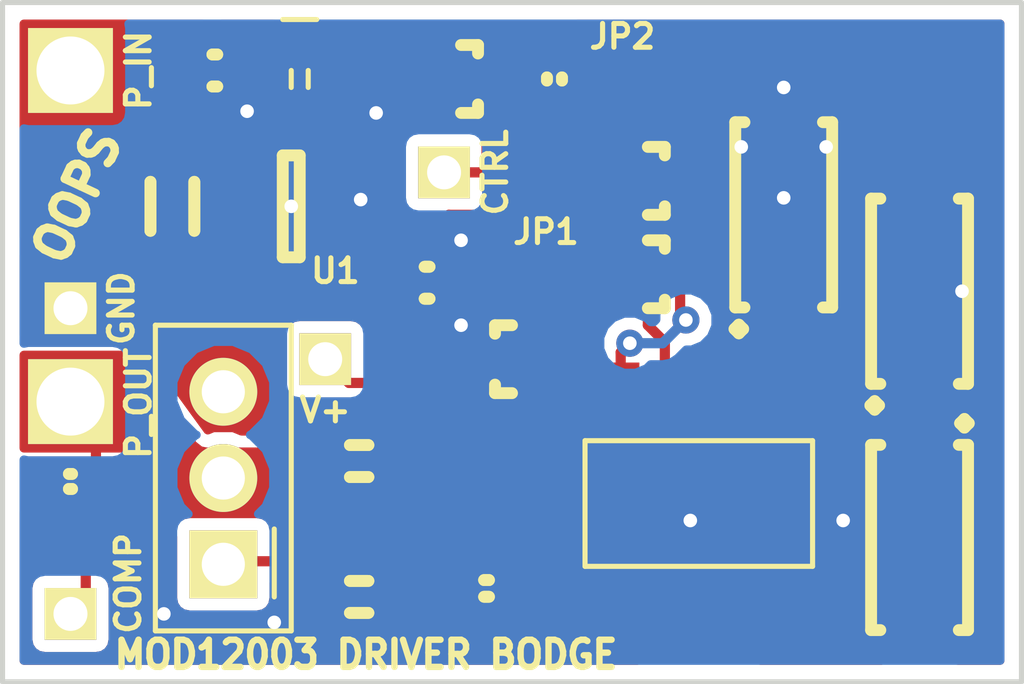
<source format=kicad_pcb>
(kicad_pcb (version 4) (host pcbnew "(2016-02-18 BZR 6566, Git c2fd462)-product")

  (general
    (links 55)
    (no_connects 0)
    (area -0.075001 -0.075001 30.075001 20.075001)
    (thickness 1.6)
    (drawings 6)
    (tracks 189)
    (zones 0)
    (modules 38)
    (nets 21)
  )

  (page A4)
  (layers
    (0 F.Cu signal)
    (31 B.Cu signal)
    (32 B.Adhes user)
    (33 F.Adhes user)
    (34 B.Paste user)
    (35 F.Paste user)
    (36 B.SilkS user)
    (37 F.SilkS user)
    (38 B.Mask user)
    (39 F.Mask user)
    (40 Dwgs.User user)
    (41 Cmts.User user)
    (42 Eco1.User user)
    (43 Eco2.User user)
    (44 Edge.Cuts user)
    (45 Margin user)
    (46 B.CrtYd user)
    (47 F.CrtYd user)
    (48 B.Fab user)
    (49 F.Fab user hide)
  )

  (setup
    (last_trace_width 0.3)
    (trace_clearance 0.2)
    (zone_clearance 0.35)
    (zone_45_only no)
    (trace_min 0.152)
    (segment_width 0.2)
    (edge_width 0.15)
    (via_size 0.8)
    (via_drill 0.4)
    (via_min_size 0.4)
    (via_min_drill 0.3)
    (uvia_size 0.3)
    (uvia_drill 0.1)
    (uvias_allowed no)
    (uvia_min_size 0.2)
    (uvia_min_drill 0.1)
    (pcb_text_width 0.3)
    (pcb_text_size 1.5 1.5)
    (mod_edge_width 0.15)
    (mod_text_size 0.7 0.7)
    (mod_text_width 0.15)
    (pad_size 1.5 1.5)
    (pad_drill 0)
    (pad_to_mask_clearance 0)
    (aux_axis_origin 0 0)
    (visible_elements FFFFFF7F)
    (pcbplotparams
      (layerselection 0x010fc_ffffffff)
      (usegerberextensions true)
      (excludeedgelayer true)
      (linewidth 0.100000)
      (plotframeref false)
      (viasonmask false)
      (mode 1)
      (useauxorigin false)
      (hpglpennumber 1)
      (hpglpenspeed 20)
      (hpglpendiameter 15)
      (psnegative false)
      (psa4output false)
      (plotreference true)
      (plotvalue true)
      (plotinvisibletext false)
      (padsonsilk false)
      (subtractmaskfromsilk true)
      (outputformat 1)
      (mirror false)
      (drillshape 0)
      (scaleselection 1)
      (outputdirectory gerbers))
  )

  (net 0 "")
  (net 1 "Net-(C2-Pad2)")
  (net 2 GND)
  (net 3 "Net-(D1-Pad1)")
  (net 4 "Net-(Q2-Pad3)")
  (net 5 "Net-(D2-Pad3)")
  (net 6 "Net-(Q1-Pad2)")
  (net 7 "Net-(Q4-Pad1)")
  (net 8 "Net-(C2-Pad1)")
  (net 9 "Net-(J5-Pad1)")
  (net 10 "Net-(J1-Pad1)")
  (net 11 "Net-(C3-Pad1)")
  (net 12 "Net-(C5-Pad1)")
  (net 13 /P_SENSED)
  (net 14 /P_OUT)
  (net 15 /P_IN)
  (net 16 "Net-(DS1-Pad2)")
  (net 17 "Net-(E2-Pad1)")
  (net 18 "Net-(Q3-Pad4)")
  (net 19 "Net-(D1-Pad3)")
  (net 20 "Net-(DZ1-Pad1)")

  (net_class Default "This is the default net class."
    (clearance 0.2)
    (trace_width 0.3)
    (via_dia 0.8)
    (via_drill 0.4)
    (uvia_dia 0.3)
    (uvia_drill 0.1)
    (add_net /P_IN)
    (add_net /P_OUT)
    (add_net /P_SENSED)
    (add_net GND)
    (add_net "Net-(C2-Pad1)")
    (add_net "Net-(C2-Pad2)")
    (add_net "Net-(C3-Pad1)")
    (add_net "Net-(C5-Pad1)")
    (add_net "Net-(D1-Pad1)")
    (add_net "Net-(D1-Pad3)")
    (add_net "Net-(D2-Pad3)")
    (add_net "Net-(DS1-Pad2)")
    (add_net "Net-(DZ1-Pad1)")
    (add_net "Net-(E2-Pad1)")
    (add_net "Net-(J1-Pad1)")
    (add_net "Net-(J5-Pad1)")
    (add_net "Net-(Q1-Pad2)")
    (add_net "Net-(Q2-Pad3)")
    (add_net "Net-(Q3-Pad4)")
    (add_net "Net-(Q4-Pad1)")
  )

  (module IPC7351-Nominal:DIOM5226X203 (layer F.Cu) (tedit 56CE64A6) (tstamp 56BE1638)
    (at 27 15.75 270)
    (descr "Diode,Molded Body;5.20mm L X 2.60mm W X 2.03mm H")
    (path /56BE210F)
    (attr smd)
    (fp_text reference DZ1 (at 0 0 270) (layer F.SilkS) hide
      (effects (font (size 0.7 0.7) (thickness 0.15)))
    )
    (fp_text value 24V (at 0 0 270) (layer F.Fab)
      (effects (font (size 0.7 0.7) (thickness 0.15)))
    )
    (fp_line (start -2.727 -1.156) (end -2.727 -1.427) (layer F.SilkS) (width 0.35))
    (fp_line (start 2.727 -1.427) (end 2.727 -1.156) (layer F.SilkS) (width 0.35))
    (fp_line (start -2.727 1.156) (end -2.727 1.427) (layer F.SilkS) (width 0.35))
    (fp_line (start -2.727 1.427) (end 2.727 1.427) (layer F.SilkS) (width 0.35))
    (fp_line (start 2.727 1.427) (end 2.727 1.156) (layer F.SilkS) (width 0.35))
    (fp_line (start -3.489 -1.3211) (end -3.362 -1.4481) (layer F.SilkS) (width 0.35))
    (fp_line (start -3.362 -1.4481) (end -3.235 -1.3211) (layer F.SilkS) (width 0.35))
    (fp_line (start -3.235 -1.3211) (end -3.362 -1.1941) (layer F.SilkS) (width 0.35))
    (fp_line (start -3.362 -1.1941) (end -3.489 -1.3211) (layer F.SilkS) (width 0.35))
    (fp_line (start -3.739 -1.6981) (end 3.55 -1.6981) (layer F.CrtYd) (width 0.15))
    (fp_line (start 3.55 -1.6981) (end 3.55 1.677) (layer F.CrtYd) (width 0.15))
    (fp_line (start 3.55 1.677) (end -3.739 1.677) (layer F.CrtYd) (width 0.15))
    (fp_line (start -3.739 1.677) (end -3.739 -1.6981) (layer F.CrtYd) (width 0.15))
    (fp_line (start -2.727 -1.427) (end 2.727 -1.427) (layer F.SilkS) (width 0.35))
    (pad 1 smd rect (at -2.1 0 270) (size 2.4 1.55) (layers F.Cu F.Paste F.Mask)
      (net 20 "Net-(DZ1-Pad1)"))
    (pad 2 smd rect (at 2.1 0 270) (size 2.4 1.55) (layers F.Cu F.Paste F.Mask)
      (net 19 "Net-(D1-Pad3)"))
    (model smd_diode/do214ac.wrl
      (at (xyz 0 0 0))
      (scale (xyz 1 1 1))
      (rotate (xyz 0 0 180))
    )
  )

  (module smd-semi:SC-70 (layer F.Cu) (tedit 56CE648E) (tstamp 56BEA2B2)
    (at 19 8)
    (path /56BEF36A)
    (attr smd)
    (fp_text reference D2 (at 0 0 90) (layer F.SilkS) hide
      (effects (font (size 0.7 0.7) (thickness 0.15)))
    )
    (fp_text value BAT54AWT (at 0 0) (layer F.Fab)
      (effects (font (size 0.7 0.7) (thickness 0.15)))
    )
    (fp_line (start 1.5 -1.25) (end 1.5 1.25) (layer F.Fab) (width 0.15))
    (fp_line (start 1.5 1.25) (end -1.5 1.25) (layer F.Fab) (width 0.15))
    (fp_line (start -1.5 1.25) (end -1.5 -1.25) (layer F.Fab) (width 0.15))
    (fp_line (start -1.5 -1.25) (end 1.5 -1.25) (layer F.Fab) (width 0.15))
    (fp_line (start 1.75 -1.25) (end -1.75 -1.25) (layer F.CrtYd) (width 0.15))
    (fp_line (start -1.75 -1.25) (end -1.75 1.25) (layer F.CrtYd) (width 0.15))
    (fp_line (start -1.75 1.25) (end 1.75 1.25) (layer F.CrtYd) (width 0.15))
    (fp_line (start 1.75 1.25) (end 1.75 -1.25) (layer F.CrtYd) (width 0.15))
    (fp_line (start 0.5 0.75) (end 0.5 1) (layer F.SilkS) (width 0.35))
    (fp_line (start 0.5 1) (end 0 1) (layer F.SilkS) (width 0.35))
    (fp_line (start 0 -1) (end 0.5 -1) (layer F.SilkS) (width 0.35))
    (fp_line (start 0.5 -1) (end 0.5 -0.75) (layer F.SilkS) (width 0.35))
    (pad 1 smd rect (at -0.95 -0.65 180) (size 0.85 0.65) (layers F.Cu F.Paste F.Mask)
      (net 3 "Net-(D1-Pad1)"))
    (pad 2 smd rect (at -0.95 0.65 180) (size 0.85 0.65) (layers F.Cu F.Paste F.Mask)
      (net 19 "Net-(D1-Pad3)"))
    (pad 3 smd rect (at 0.95 0 180) (size 0.85 0.65) (layers F.Cu F.Paste F.Mask)
      (net 5 "Net-(D2-Pad3)"))
    (model smd_trans/sot323.wrl
      (at (xyz 0 0 0))
      (scale (xyz 1 1 1))
      (rotate (xyz 0 0 90))
    )
  )

  (module pth-semi:TO-220 (layer F.Cu) (tedit 56BEB33B) (tstamp 56BE1182)
    (at 6.5 14 90)
    (path /56BDFD67)
    (attr virtual)
    (fp_text reference Q4 (at 0 0 90) (layer F.SilkS)
      (effects (font (size 0.7 0.7) (thickness 0.15)))
    )
    (fp_text value D45H11 (at 0 0 90) (layer F.Fab)
      (effects (font (size 0.7 0.7) (thickness 0.15)))
    )
    (fp_line (start 4.5 -2) (end -4.5 -2) (layer F.SilkS) (width 0.15))
    (fp_line (start 4.5 2) (end 4.5 -2) (layer F.SilkS) (width 0.15))
    (fp_line (start -4.5 2) (end 4.5 2) (layer F.SilkS) (width 0.15))
    (fp_line (start -4.5 -2) (end -4.5 2) (layer F.SilkS) (width 0.15))
    (fp_line (start -3.5 1.5) (end -1.5 1.5) (layer F.SilkS) (width 0.15))
    (pad 2 thru_hole circle (at 0 0 90) (size 1.99898 1.99898) (drill 1.27) (layers *.Cu *.Mask F.SilkS)
      (net 14 /P_OUT))
    (pad 1 thru_hole rect (at -2.54 0 90) (size 1.99898 1.99898) (drill 1.27) (layers *.Cu *.Mask F.SilkS)
      (net 7 "Net-(Q4-Pad1)"))
    (pad 3 thru_hole circle (at 2.54 0 90) (size 1.99898 1.99898) (drill 1.27) (layers *.Cu *.Mask F.SilkS)
      (net 13 /P_SENSED))
  )

  (module IPC7351-Nominal:RESC3216X60 (layer F.Cu) (tedit 56CDB2BF) (tstamp 56BE21F7)
    (at 5 6 90)
    (descr "Resistor,Chip;3.15mm L X 1.60mm W X 0.60mm H")
    (path /56BEB446)
    (attr smd)
    (fp_text reference R2 (at 0 0 90) (layer F.SilkS) hide
      (effects (font (size 0.7 0.7) (thickness 0.15)))
    )
    (fp_text value 30m (at 0 0 90) (layer F.Fab)
      (effects (font (size 0.7 0.7) (thickness 0.15)))
    )
    (fp_line (start -0.721 0.646) (end 0.721 0.646) (layer F.SilkS) (width 0.35))
    (fp_line (start 0.721 0.646) (end -0.721 0.646) (layer F.SilkS) (width 0.35))
    (fp_line (start -0.721 -0.646) (end 0.721 -0.646) (layer F.SilkS) (width 0.35))
    (fp_line (start 0.721 -0.646) (end -0.721 -0.646) (layer F.SilkS) (width 0.35))
    (fp_line (start -2.275 -1.15) (end 2.275 -1.15) (layer F.CrtYd) (width 0.15))
    (fp_line (start 2.275 -1.15) (end 2.275 1.15) (layer F.CrtYd) (width 0.15))
    (fp_line (start 2.275 1.15) (end -2.275 1.15) (layer F.CrtYd) (width 0.15))
    (fp_line (start -2.275 1.15) (end -2.275 -1.15) (layer F.CrtYd) (width 0.15))
    (pad 1 smd rect (at -1.5 0 90) (size 1.05 1.8) (layers F.Cu F.Paste F.Mask)
      (net 13 /P_SENSED))
    (pad 2 smd rect (at 1.5 0 90) (size 1.05 1.8) (layers F.Cu F.Paste F.Mask)
      (net 15 /P_IN))
    (model smd_resistors/r_1206.wrl
      (at (xyz 0 0 0))
      (scale (xyz 1 1 1))
      (rotate (xyz 0 0 0))
    )
  )

  (module smd-semi:SOT-223 (layer F.Cu) (tedit 56CE649D) (tstamp 56BE110C)
    (at 20.5 14.75 270)
    (path /56BE1F87)
    (attr smd)
    (fp_text reference Q3 (at 0 0 360) (layer F.SilkS) hide
      (effects (font (size 0.7 0.7) (thickness 0.15)))
    )
    (fp_text value PZT3904 (at 0 0 270) (layer F.Fab)
      (effects (font (size 0.7 0.7) (thickness 0.15)))
    )
    (fp_line (start -1.85 -3.35) (end 1.85 -3.35) (layer F.SilkS) (width 0.15))
    (fp_line (start 1.85 -3.35) (end 1.85 3.35) (layer F.SilkS) (width 0.15))
    (fp_line (start 1.85 3.35) (end -1.85 3.35) (layer F.SilkS) (width 0.15))
    (fp_line (start -1.85 3.35) (end -1.85 -3.35) (layer F.SilkS) (width 0.15))
    (fp_line (start -4.4 -3.6) (end 4.4 -3.6) (layer F.CrtYd) (width 0.15))
    (fp_line (start 4.4 -3.6) (end 4.4 3.6) (layer F.CrtYd) (width 0.15))
    (fp_line (start 4.4 3.6) (end -4.4 3.6) (layer F.CrtYd) (width 0.15))
    (fp_line (start -4.4 3.6) (end -4.4 -3.6) (layer F.CrtYd) (width 0.15))
    (fp_line (start -1.85 -3.35) (end 1.85 -3.35) (layer F.Fab) (width 0.15))
    (fp_line (start 1.85 -3.35) (end 1.85 3.35) (layer F.Fab) (width 0.15))
    (fp_line (start 1.85 3.35) (end -1.85 3.35) (layer F.Fab) (width 0.15))
    (fp_line (start -1.85 3.35) (end -1.85 -3.35) (layer F.Fab) (width 0.15))
    (pad 1 smd rect (at -3.1 -2.3 90) (size 2.1 1.1) (layers F.Cu F.Paste F.Mask)
      (net 19 "Net-(D1-Pad3)"))
    (pad 2 smd rect (at -3.1 0 90) (size 2.1 1.1) (layers F.Cu F.Paste F.Mask)
      (net 20 "Net-(DZ1-Pad1)"))
    (pad 3 smd rect (at -3.1 2.3 90) (size 2.1 1.1) (layers F.Cu F.Paste F.Mask)
      (net 5 "Net-(D2-Pad3)"))
    (pad 4 smd rect (at 3.1 0 90) (size 2.1 3.5) (layers F.Cu F.Paste F.Mask)
      (net 18 "Net-(Q3-Pad4)"))
    (model smd_trans/sot223.wrl
      (at (xyz 0 0 0))
      (scale (xyz 1 1 1))
      (rotate (xyz 0 0 90))
    )
  )

  (module conn-100mil:CONN-100MIL-F-1x1 (layer F.Cu) (tedit 56BEB368) (tstamp 56BE45E0)
    (at 2 18)
    (path /56BE8832)
    (fp_text reference J5 (at 0 0) (layer F.SilkS) hide
      (effects (font (size 0.7 0.7) (thickness 0.15)))
    )
    (fp_text value COMP (at 1.7 -0.9 270) (layer F.SilkS)
      (effects (font (size 0.7 0.7) (thickness 0.15)))
    )
    (pad 1 thru_hole rect (at 0 0) (size 1.524 1.524) (drill 1) (layers *.Cu *.Mask F.SilkS)
      (net 9 "Net-(J5-Pad1)"))
  )

  (module conn-100mil:CONN-100MIL-F-1x1 (layer F.Cu) (tedit 56BEB395) (tstamp 56BE45DC)
    (at 13 5)
    (path /56BE8BE9)
    (fp_text reference J4 (at 0 0) (layer F.SilkS) hide
      (effects (font (size 0.7 0.7) (thickness 0.15)))
    )
    (fp_text value CTRL (at 1.5 0 270) (layer F.SilkS)
      (effects (font (size 0.7 0.7) (thickness 0.15)))
    )
    (pad 1 thru_hole rect (at 0 0) (size 1.524 1.524) (drill 1) (layers *.Cu *.Mask F.SilkS)
      (net 3 "Net-(D1-Pad1)"))
  )

  (module conn-100mil:CONN-100MIL-F-1x1 (layer F.Cu) (tedit 56BEB37F) (tstamp 56BE45D8)
    (at 2 9)
    (path /56BE900F)
    (fp_text reference J3 (at 0 0) (layer F.SilkS) hide
      (effects (font (size 0.7 0.7) (thickness 0.15)))
    )
    (fp_text value GND (at 1.5 0 90) (layer F.SilkS)
      (effects (font (size 0.7 0.7) (thickness 0.15)))
    )
    (pad 1 thru_hole rect (at 0 0) (size 1.524 1.524) (drill 1) (layers *.Cu *.Mask F.SilkS)
      (net 2 GND))
  )

  (module conn-100mil:CONN-100MIL-F-1x1 (layer F.Cu) (tedit 56BEB39B) (tstamp 56BE13A4)
    (at 9.5 10.5)
    (path /56BE89E7)
    (fp_text reference J1 (at 0 0) (layer F.SilkS) hide
      (effects (font (size 0.7 0.7) (thickness 0.15)))
    )
    (fp_text value V+ (at 0 1.5) (layer F.SilkS)
      (effects (font (size 0.7 0.7) (thickness 0.15)))
    )
    (pad 1 thru_hole rect (at 0 0) (size 1.524 1.524) (drill 1) (layers *.Cu *.Mask F.SilkS)
      (net 10 "Net-(J1-Pad1)"))
  )

  (module conn-100mil:CONN-100MIL-F-1x1 (layer F.Cu) (tedit 56BEB377) (tstamp 56BE3B1A)
    (at 2 11.75)
    (path /56BE8930)
    (fp_text reference J6 (at 0 0) (layer F.SilkS) hide
      (effects (font (size 0.7 0.7) (thickness 0.15)))
    )
    (fp_text value P_OUT (at 2 0.05 90) (layer F.SilkS)
      (effects (font (size 0.7 0.7) (thickness 0.15)))
    )
    (pad 1 thru_hole rect (at 0 0) (size 2.5 2.5) (drill 2) (layers *.Cu *.Mask F.SilkS)
      (net 14 /P_OUT))
  )

  (module conn-100mil:CONN-100MIL-F-1x1 (layer F.Cu) (tedit 56BEB38A) (tstamp 56BE136A)
    (at 2 2)
    (path /56BE8B28)
    (fp_text reference J2 (at 0 0) (layer F.SilkS) hide
      (effects (font (size 0.7 0.7) (thickness 0.15)))
    )
    (fp_text value P_IN (at 2 0 90) (layer F.SilkS)
      (effects (font (size 0.7 0.7) (thickness 0.15)))
    )
    (pad 1 thru_hole rect (at 0 0) (size 2.5 2.5) (drill 2) (layers *.Cu *.Mask F.SilkS)
      (net 15 /P_IN))
  )

  (module smd-semi:SOT-23-5 (layer F.Cu) (tedit 54CBE69C) (tstamp 56BE0FF2)
    (at 8.5 6 180)
    (path /56BDFC64)
    (attr smd)
    (fp_text reference U1 (at -1.3 -1.9 180) (layer F.SilkS)
      (effects (font (size 0.7 0.7) (thickness 0.15)))
    )
    (fp_text value ZXCT1110 (at 0 0 180) (layer F.Fab)
      (effects (font (size 0.7 0.7) (thickness 0.15)))
    )
    (fp_line (start -1.25 -1.5) (end -1.25 -0.5) (layer F.Fab) (width 0.15))
    (fp_line (start -0.9 -1.55) (end 0.9 -1.55) (layer F.Fab) (width 0.15))
    (fp_line (start 0.9 -1.55) (end 0.9 1.55) (layer F.Fab) (width 0.15))
    (fp_line (start 0.9 1.55) (end -0.9 1.55) (layer F.Fab) (width 0.15))
    (fp_line (start -0.9 1.55) (end -0.9 -1.55) (layer F.Fab) (width 0.15))
    (fp_line (start -0.25 -1.5) (end 0.25 -1.5) (layer F.SilkS) (width 0.35))
    (fp_line (start 0.25 -1.5) (end 0.25 1.5) (layer F.SilkS) (width 0.35))
    (fp_line (start 0.25 1.5) (end -0.25 1.5) (layer F.SilkS) (width 0.35))
    (fp_line (start -0.25 1.5) (end -0.25 -1.5) (layer F.SilkS) (width 0.35))
    (fp_line (start -2 -2) (end 2 -2) (layer Dwgs.User) (width 0.15))
    (fp_line (start 2 -2) (end 2 2) (layer Dwgs.User) (width 0.15))
    (fp_line (start 2 2) (end -2 2) (layer Dwgs.User) (width 0.15))
    (fp_line (start -2 2) (end -2 -2) (layer Dwgs.User) (width 0.15))
    (pad 1 smd rect (at -1.1 -0.95 180) (size 1.1 0.6) (layers F.Cu F.Paste F.Mask))
    (pad 3 smd rect (at -1.1 0.95 180) (size 1.1 0.6) (layers F.Cu F.Paste F.Mask)
      (net 16 "Net-(DS1-Pad2)"))
    (pad 2 smd rect (at -1.1 0 180) (size 1.1 0.6) (layers F.Cu F.Paste F.Mask)
      (net 2 GND))
    (pad 4 smd rect (at 1.1 0.95 180) (size 1.1 0.6) (layers F.Cu F.Paste F.Mask)
      (net 15 /P_IN))
    (pad 5 smd rect (at 1.1 -0.95 180) (size 1.1 0.6) (layers F.Cu F.Paste F.Mask)
      (net 13 /P_SENSED))
    (model smd_trans/sot23-5.wrl
      (at (xyz 0 0 0))
      (scale (xyz 1 1 1))
      (rotate (xyz 0 0 90))
    )
  )

  (module smd-semi:LED-0603 (layer F.Cu) (tedit 56CDB2FF) (tstamp 56BE1144)
    (at 8.75 2.25 270)
    (path /56BE94F1)
    (attr smd)
    (fp_text reference DS1 (at 0 -0.05 270) (layer F.SilkS) hide
      (effects (font (size 0.7 0.7) (thickness 0.15)))
    )
    (fp_text value RED (at 0 0 270) (layer F.Fab)
      (effects (font (size 0.7 0.7) (thickness 0.15)))
    )
    (fp_line (start -1.5 -0.75) (end -1.5 0.75) (layer F.Fab) (width 0.15))
    (fp_line (start -1.75 0.75) (end -1.75 -0.75) (layer F.Fab) (width 0.15))
    (fp_line (start 1.75 0.75) (end -1.75 0.75) (layer F.Fab) (width 0.15))
    (fp_line (start 1.75 -0.75) (end 1.75 0.75) (layer F.Fab) (width 0.15))
    (fp_line (start -1.75 -0.75) (end 1.75 -0.75) (layer F.Fab) (width 0.15))
    (fp_line (start 0.25 0.25) (end -0.25 0.25) (layer F.SilkS) (width 0.15))
    (fp_line (start -0.25 -0.25) (end 0.25 -0.25) (layer F.SilkS) (width 0.15))
    (fp_line (start -1.75 -0.5) (end -1.75 0.5) (layer F.SilkS) (width 0.15))
    (fp_line (start -1.75 -0.75) (end 1.75 -0.75) (layer F.CrtYd) (width 0.15))
    (fp_line (start 1.75 -0.75) (end 1.75 0.75) (layer F.CrtYd) (width 0.15))
    (fp_line (start 1.75 0.75) (end -1.75 0.75) (layer F.CrtYd) (width 0.15))
    (fp_line (start -1.75 0.75) (end -1.75 -0.75) (layer F.CrtYd) (width 0.15))
    (pad 1 smd rect (at -0.89916 0 270) (size 0.89916 0.8001) (layers F.Cu F.Paste F.Mask)
      (net 1 "Net-(C2-Pad2)"))
    (pad 2 smd rect (at 0.89916 0 270) (size 0.89916 0.8001) (layers F.Cu F.Paste F.Mask)
      (net 16 "Net-(DS1-Pad2)"))
    (model smd_leds/led_0603.wrl
      (at (xyz 0 0 0))
      (scale (xyz 1 1 1))
      (rotate (xyz 0 0 180))
    )
  )

  (module conn-test:JUMPER-SOLDER-SMD (layer F.Cu) (tedit 568A8F46) (tstamp 56BE11F4)
    (at 18.25 2.5 270)
    (path /56BE120B)
    (fp_text reference JP2 (at -1.5 0 360) (layer F.SilkS)
      (effects (font (size 0.7 0.7) (thickness 0.15)))
    )
    (fp_text value C1 (at 0 -1.9304 270) (layer F.Fab)
      (effects (font (size 0.7 0.7) (thickness 0.15)))
    )
    (fp_line (start -0.889 -0.127) (end -0.889 0.127) (layer F.Mask) (width 0.15))
    (fp_line (start 0.889 -0.127) (end 0.889 0.127) (layer F.Mask) (width 0.15))
    (fp_line (start -0.889 0) (end 0.889 0) (layer F.Mask) (width 0.15))
    (fp_line (start -0.3175 0.889) (end 0.381 0.889) (layer F.Mask) (width 0.15))
    (fp_line (start 0.6985 0.635) (end -0.6985 0.635) (layer F.Mask) (width 0.15))
    (fp_line (start -0.762 0.508) (end 0.762 0.508) (layer F.Mask) (width 0.15))
    (fp_line (start 0.8255 0.381) (end -0.8255 0.381) (layer F.Mask) (width 0.15))
    (fp_line (start -0.8255 0.254) (end 0.8255 0.254) (layer F.Mask) (width 0.15))
    (fp_line (start 0.889 0.127) (end -0.889 0.127) (layer F.Mask) (width 0.15))
    (fp_arc (start 0 0.127) (end 0 1.016) (angle 90) (layer F.Mask) (width 0.15))
    (fp_arc (start 0 0.127) (end 0.889 0.127) (angle 90) (layer F.Mask) (width 0.15))
    (fp_line (start 0.381 -0.889) (end -0.381 -0.889) (layer F.Mask) (width 0.15))
    (fp_line (start -0.6985 -0.635) (end 0.6985 -0.635) (layer F.Mask) (width 0.15))
    (fp_line (start 0.762 -0.508) (end -0.762 -0.508) (layer F.Mask) (width 0.15))
    (fp_line (start -0.8255 -0.381) (end 0.8255 -0.381) (layer F.Mask) (width 0.15))
    (fp_line (start 0.8255 -0.254) (end -0.8255 -0.254) (layer F.Mask) (width 0.15))
    (fp_line (start 0.889 -0.127) (end -0.889 -0.127) (layer F.Mask) (width 0.15))
    (fp_arc (start 0 -0.127) (end -0.889 -0.127) (angle 90) (layer F.Mask) (width 0.15))
    (fp_arc (start 0 -0.127) (end 0 -1.016) (angle 90) (layer F.Mask) (width 0.15))
    (fp_line (start -0.6604 -0.254) (end 0.6604 -0.254) (layer F.Cu) (width 0.15))
    (fp_line (start 0.6604 -0.254) (end 0.6604 -0.3556) (layer F.Cu) (width 0.15))
    (fp_line (start 0.6604 -0.3556) (end -0.6604 -0.3556) (layer F.Cu) (width 0.15))
    (fp_line (start -0.6604 -0.3556) (end -0.6604 -0.4572) (layer F.Cu) (width 0.15))
    (fp_line (start -0.6604 -0.4572) (end 0.6096 -0.4572) (layer F.Cu) (width 0.15))
    (fp_line (start 0.6096 -0.4572) (end 0.6096 -0.5588) (layer F.Cu) (width 0.15))
    (fp_line (start 0.6096 -0.5588) (end -0.5588 -0.5588) (layer F.Cu) (width 0.15))
    (fp_line (start -0.5588 -0.5588) (end -0.508 -0.6604) (layer F.Cu) (width 0.15))
    (fp_line (start -0.508 -0.6604) (end 0.4572 -0.6604) (layer F.Cu) (width 0.15))
    (fp_line (start 0.4572 -0.6604) (end 0.3556 -0.762) (layer F.Cu) (width 0.15))
    (fp_line (start 0.3556 -0.762) (end -0.3556 -0.762) (layer F.Cu) (width 0.15))
    (fp_line (start -0.3556 -0.762) (end -0.3048 -0.8128) (layer F.Cu) (width 0.15))
    (fp_line (start -0.3048 -0.8128) (end 0.254 -0.8128) (layer F.Cu) (width 0.15))
    (fp_line (start 0.6096 0.4572) (end 0.6096 0.5588) (layer F.Cu) (width 0.15))
    (fp_line (start 0.6096 0.5588) (end -0.508 0.5588) (layer F.Cu) (width 0.15))
    (fp_line (start -0.508 0.5588) (end -0.508 0.6604) (layer F.Cu) (width 0.15))
    (fp_line (start -0.508 0.6604) (end 0.4572 0.6604) (layer F.Cu) (width 0.15))
    (fp_line (start 0.4572 0.6604) (end 0.4572 0.7112) (layer F.Cu) (width 0.15))
    (fp_line (start 0.4572 0.7112) (end -0.4064 0.7112) (layer F.Cu) (width 0.15))
    (fp_line (start -0.4064 0.7112) (end -0.4064 0.762) (layer F.Cu) (width 0.15))
    (fp_line (start -0.4064 0.762) (end 0.3048 0.762) (layer F.Cu) (width 0.15))
    (fp_line (start 0.3048 0.762) (end 0.3048 0.8128) (layer F.Cu) (width 0.15))
    (fp_line (start 0.3048 0.8128) (end -0.254 0.8128) (layer F.Cu) (width 0.15))
    (fp_line (start -0.7112 0.254) (end 0.6604 0.254) (layer F.Cu) (width 0.15))
    (fp_line (start 0.6604 0.254) (end 0.6604 0.3556) (layer F.Cu) (width 0.15))
    (fp_line (start 0.6604 0.3556) (end -0.6604 0.3556) (layer F.Cu) (width 0.15))
    (fp_line (start -0.6604 0.3556) (end -0.6604 0.4572) (layer F.Cu) (width 0.15))
    (fp_line (start -0.6604 0.4572) (end 0.6096 0.4572) (layer F.Cu) (width 0.15))
    (fp_line (start 0.6096 0.4572) (end 0.6096 0.508) (layer F.Cu) (width 0.15))
    (fp_line (start -0.762 0.1524) (end 0.762 0.1524) (layer F.Cu) (width 0.15))
    (fp_line (start -0.762 -0.1524) (end 0.762 -0.1524) (layer F.Cu) (width 0.15))
    (fp_arc (start 0 -0.1524) (end 0 -0.9144) (angle 90) (layer F.Cu) (width 0.15))
    (fp_arc (start 0 -0.1524) (end -0.762 -0.1524) (angle 90) (layer F.Cu) (width 0.15))
    (fp_arc (start 0 0.1524) (end 0 0.9144) (angle 90) (layer F.Cu) (width 0.15))
    (fp_arc (start 0 0.1524) (end 0.762 0.1524) (angle 90) (layer F.Cu) (width 0.15))
    (pad 2 smd trapezoid (at 0 -0.5) (size 0.6 1) (rect_delta 0.1 0 ) (layers F.Cu F.Mask)
      (net 5 "Net-(D2-Pad3)") (solder_mask_margin 0.1))
    (pad 1 smd trapezoid (at 0 0.5 180) (size 0.6 1) (rect_delta 0.1 0 ) (layers F.Cu F.Mask)
      (net 8 "Net-(C2-Pad1)") (solder_mask_margin 0.1))
  )

  (module conn-test:JUMPER-SOLDER-SMD (layer F.Cu) (tedit 568A8F46) (tstamp 56BE12A6)
    (at 16 5 180)
    (path /56BE1292)
    (fp_text reference JP1 (at 0 -1.75 360) (layer F.SilkS)
      (effects (font (size 0.7 0.7) (thickness 0.15)))
    )
    (fp_text value C2 (at 0 -1.9304 180) (layer F.Fab)
      (effects (font (size 0.7 0.7) (thickness 0.15)))
    )
    (fp_line (start -0.889 -0.127) (end -0.889 0.127) (layer F.Mask) (width 0.15))
    (fp_line (start 0.889 -0.127) (end 0.889 0.127) (layer F.Mask) (width 0.15))
    (fp_line (start -0.889 0) (end 0.889 0) (layer F.Mask) (width 0.15))
    (fp_line (start -0.3175 0.889) (end 0.381 0.889) (layer F.Mask) (width 0.15))
    (fp_line (start 0.6985 0.635) (end -0.6985 0.635) (layer F.Mask) (width 0.15))
    (fp_line (start -0.762 0.508) (end 0.762 0.508) (layer F.Mask) (width 0.15))
    (fp_line (start 0.8255 0.381) (end -0.8255 0.381) (layer F.Mask) (width 0.15))
    (fp_line (start -0.8255 0.254) (end 0.8255 0.254) (layer F.Mask) (width 0.15))
    (fp_line (start 0.889 0.127) (end -0.889 0.127) (layer F.Mask) (width 0.15))
    (fp_arc (start 0 0.127) (end 0 1.016) (angle 90) (layer F.Mask) (width 0.15))
    (fp_arc (start 0 0.127) (end 0.889 0.127) (angle 90) (layer F.Mask) (width 0.15))
    (fp_line (start 0.381 -0.889) (end -0.381 -0.889) (layer F.Mask) (width 0.15))
    (fp_line (start -0.6985 -0.635) (end 0.6985 -0.635) (layer F.Mask) (width 0.15))
    (fp_line (start 0.762 -0.508) (end -0.762 -0.508) (layer F.Mask) (width 0.15))
    (fp_line (start -0.8255 -0.381) (end 0.8255 -0.381) (layer F.Mask) (width 0.15))
    (fp_line (start 0.8255 -0.254) (end -0.8255 -0.254) (layer F.Mask) (width 0.15))
    (fp_line (start 0.889 -0.127) (end -0.889 -0.127) (layer F.Mask) (width 0.15))
    (fp_arc (start 0 -0.127) (end -0.889 -0.127) (angle 90) (layer F.Mask) (width 0.15))
    (fp_arc (start 0 -0.127) (end 0 -1.016) (angle 90) (layer F.Mask) (width 0.15))
    (fp_line (start -0.6604 -0.254) (end 0.6604 -0.254) (layer F.Cu) (width 0.15))
    (fp_line (start 0.6604 -0.254) (end 0.6604 -0.3556) (layer F.Cu) (width 0.15))
    (fp_line (start 0.6604 -0.3556) (end -0.6604 -0.3556) (layer F.Cu) (width 0.15))
    (fp_line (start -0.6604 -0.3556) (end -0.6604 -0.4572) (layer F.Cu) (width 0.15))
    (fp_line (start -0.6604 -0.4572) (end 0.6096 -0.4572) (layer F.Cu) (width 0.15))
    (fp_line (start 0.6096 -0.4572) (end 0.6096 -0.5588) (layer F.Cu) (width 0.15))
    (fp_line (start 0.6096 -0.5588) (end -0.5588 -0.5588) (layer F.Cu) (width 0.15))
    (fp_line (start -0.5588 -0.5588) (end -0.508 -0.6604) (layer F.Cu) (width 0.15))
    (fp_line (start -0.508 -0.6604) (end 0.4572 -0.6604) (layer F.Cu) (width 0.15))
    (fp_line (start 0.4572 -0.6604) (end 0.3556 -0.762) (layer F.Cu) (width 0.15))
    (fp_line (start 0.3556 -0.762) (end -0.3556 -0.762) (layer F.Cu) (width 0.15))
    (fp_line (start -0.3556 -0.762) (end -0.3048 -0.8128) (layer F.Cu) (width 0.15))
    (fp_line (start -0.3048 -0.8128) (end 0.254 -0.8128) (layer F.Cu) (width 0.15))
    (fp_line (start 0.6096 0.4572) (end 0.6096 0.5588) (layer F.Cu) (width 0.15))
    (fp_line (start 0.6096 0.5588) (end -0.508 0.5588) (layer F.Cu) (width 0.15))
    (fp_line (start -0.508 0.5588) (end -0.508 0.6604) (layer F.Cu) (width 0.15))
    (fp_line (start -0.508 0.6604) (end 0.4572 0.6604) (layer F.Cu) (width 0.15))
    (fp_line (start 0.4572 0.6604) (end 0.4572 0.7112) (layer F.Cu) (width 0.15))
    (fp_line (start 0.4572 0.7112) (end -0.4064 0.7112) (layer F.Cu) (width 0.15))
    (fp_line (start -0.4064 0.7112) (end -0.4064 0.762) (layer F.Cu) (width 0.15))
    (fp_line (start -0.4064 0.762) (end 0.3048 0.762) (layer F.Cu) (width 0.15))
    (fp_line (start 0.3048 0.762) (end 0.3048 0.8128) (layer F.Cu) (width 0.15))
    (fp_line (start 0.3048 0.8128) (end -0.254 0.8128) (layer F.Cu) (width 0.15))
    (fp_line (start -0.7112 0.254) (end 0.6604 0.254) (layer F.Cu) (width 0.15))
    (fp_line (start 0.6604 0.254) (end 0.6604 0.3556) (layer F.Cu) (width 0.15))
    (fp_line (start 0.6604 0.3556) (end -0.6604 0.3556) (layer F.Cu) (width 0.15))
    (fp_line (start -0.6604 0.3556) (end -0.6604 0.4572) (layer F.Cu) (width 0.15))
    (fp_line (start -0.6604 0.4572) (end 0.6096 0.4572) (layer F.Cu) (width 0.15))
    (fp_line (start 0.6096 0.4572) (end 0.6096 0.508) (layer F.Cu) (width 0.15))
    (fp_line (start -0.762 0.1524) (end 0.762 0.1524) (layer F.Cu) (width 0.15))
    (fp_line (start -0.762 -0.1524) (end 0.762 -0.1524) (layer F.Cu) (width 0.15))
    (fp_arc (start 0 -0.1524) (end 0 -0.9144) (angle 90) (layer F.Cu) (width 0.15))
    (fp_arc (start 0 -0.1524) (end -0.762 -0.1524) (angle 90) (layer F.Cu) (width 0.15))
    (fp_arc (start 0 0.1524) (end 0 0.9144) (angle 90) (layer F.Cu) (width 0.15))
    (fp_arc (start 0 0.1524) (end 0.762 0.1524) (angle 90) (layer F.Cu) (width 0.15))
    (pad 2 smd trapezoid (at 0 -0.5 270) (size 0.6 1) (rect_delta 0.1 0 ) (layers F.Cu F.Mask)
      (net 3 "Net-(D1-Pad1)") (solder_mask_margin 0.1))
    (pad 1 smd trapezoid (at 0 0.5 90) (size 0.6 1) (rect_delta 0.1 0 ) (layers F.Cu F.Mask)
      (net 8 "Net-(C2-Pad1)") (solder_mask_margin 0.1))
  )

  (module IPC7351-Nominal:RESC2012X50 (layer F.Cu) (tedit 56CDB2DE) (tstamp 56BE1486)
    (at 10.5 13.5)
    (descr "Resistor,Chip;2.05mm L X 1.25mm W X 0.50mm H")
    (path /56BE76E3)
    (attr smd)
    (fp_text reference R10 (at 0 0) (layer F.SilkS) hide
      (effects (font (size 0.7 0.7) (thickness 0.15)))
    )
    (fp_text value 1R3 (at 0 0) (layer F.Fab)
      (effects (font (size 0.7 0.7) (thickness 0.15)))
    )
    (fp_line (start -0.271 0.471) (end 0.271 0.471) (layer F.SilkS) (width 0.35))
    (fp_line (start 0.271 0.471) (end -0.271 0.471) (layer F.SilkS) (width 0.35))
    (fp_line (start -0.271 -0.471) (end 0.271 -0.471) (layer F.SilkS) (width 0.35))
    (fp_line (start 0.271 -0.471) (end -0.271 -0.471) (layer F.SilkS) (width 0.35))
    (fp_line (start -1.725 -0.975) (end 1.725 -0.975) (layer F.CrtYd) (width 0.15))
    (fp_line (start 1.725 -0.975) (end 1.725 0.975) (layer F.CrtYd) (width 0.15))
    (fp_line (start 1.725 0.975) (end -1.725 0.975) (layer F.CrtYd) (width 0.15))
    (fp_line (start -1.725 0.975) (end -1.725 -0.975) (layer F.CrtYd) (width 0.15))
    (pad 1 smd rect (at -1 0) (size 0.95 1.45) (layers F.Cu F.Paste F.Mask)
      (net 14 /P_OUT))
    (pad 2 smd rect (at 1 0) (size 0.95 1.45) (layers F.Cu F.Paste F.Mask)
      (net 17 "Net-(E2-Pad1)"))
    (model smd_resistors/r_0805.wrl
      (at (xyz 0 0 0))
      (scale (xyz 1 1 1))
      (rotate (xyz 0 0 0))
    )
  )

  (module IPC7351-Nominal:RESC2012X50 (layer F.Cu) (tedit 56CDB2D1) (tstamp 56BE14AE)
    (at 10.5 17.5)
    (descr "Resistor,Chip;2.05mm L X 1.25mm W X 0.50mm H")
    (path /56BE78D5)
    (attr smd)
    (fp_text reference R8 (at 0 0) (layer F.SilkS) hide
      (effects (font (size 0.7 0.7) (thickness 0.15)))
    )
    (fp_text value 1R3 (at 0 0) (layer F.Fab)
      (effects (font (size 0.7 0.7) (thickness 0.15)))
    )
    (fp_line (start -0.271 0.471) (end 0.271 0.471) (layer F.SilkS) (width 0.35))
    (fp_line (start 0.271 0.471) (end -0.271 0.471) (layer F.SilkS) (width 0.35))
    (fp_line (start -0.271 -0.471) (end 0.271 -0.471) (layer F.SilkS) (width 0.35))
    (fp_line (start 0.271 -0.471) (end -0.271 -0.471) (layer F.SilkS) (width 0.35))
    (fp_line (start -1.725 -0.975) (end 1.725 -0.975) (layer F.CrtYd) (width 0.15))
    (fp_line (start 1.725 -0.975) (end 1.725 0.975) (layer F.CrtYd) (width 0.15))
    (fp_line (start 1.725 0.975) (end -1.725 0.975) (layer F.CrtYd) (width 0.15))
    (fp_line (start -1.725 0.975) (end -1.725 -0.975) (layer F.CrtYd) (width 0.15))
    (pad 1 smd rect (at -1 0) (size 0.95 1.45) (layers F.Cu F.Paste F.Mask)
      (net 7 "Net-(Q4-Pad1)"))
    (pad 2 smd rect (at 1 0) (size 0.95 1.45) (layers F.Cu F.Paste F.Mask)
      (net 18 "Net-(Q3-Pad4)"))
    (model smd_resistors/r_0805.wrl
      (at (xyz 0 0 0))
      (scale (xyz 1 1 1))
      (rotate (xyz 0 0 0))
    )
  )

  (module IPC7351-Nominal:INDC1608X95 (layer F.Cu) (tedit 56CDB2D9) (tstamp 56BE160A)
    (at 14.25 17.25)
    (descr "Inductor,Chip;1.60mm L X 0.80mm W X 0.95mm H")
    (path /56BE2A70)
    (attr smd)
    (fp_text reference E2 (at 0 0) (layer F.SilkS) hide
      (effects (font (size 0.7 0.7) (thickness 0.15)))
    )
    (fp_text value 120 (at 0 0) (layer F.Fab)
      (effects (font (size 0.7 0.7) (thickness 0.15)))
    )
    (fp_line (start -0.071 0.246) (end 0.071 0.246) (layer F.SilkS) (width 0.35))
    (fp_line (start 0.071 0.246) (end -0.071 0.246) (layer F.SilkS) (width 0.35))
    (fp_line (start -0.071 -0.246) (end 0.071 -0.246) (layer F.SilkS) (width 0.35))
    (fp_line (start 0.071 -0.246) (end -0.071 -0.246) (layer F.SilkS) (width 0.35))
    (fp_line (start -1.525 -0.75) (end 1.525 -0.75) (layer F.CrtYd) (width 0.15))
    (fp_line (start 1.525 -0.75) (end 1.525 0.75) (layer F.CrtYd) (width 0.15))
    (fp_line (start 1.525 0.75) (end -1.525 0.75) (layer F.CrtYd) (width 0.15))
    (fp_line (start -1.525 0.75) (end -1.525 -0.75) (layer F.CrtYd) (width 0.15))
    (pad 1 smd rect (at -0.8 0) (size 0.95 1) (layers F.Cu F.Paste F.Mask)
      (net 17 "Net-(E2-Pad1)"))
    (pad 2 smd rect (at 0.8 0) (size 0.95 1) (layers F.Cu F.Paste F.Mask)
      (net 5 "Net-(D2-Pad3)"))
    (model smd_resistors/r_0603.wrl
      (at (xyz 0 0 0))
      (scale (xyz 1 1 1))
      (rotate (xyz 0 0 0))
    )
  )

  (module IPC7351-Nominal:DIOM5226X203 (layer F.Cu) (tedit 56CE64A1) (tstamp 56BE1672)
    (at 27 8.5 90)
    (descr "Diode,Molded Body;5.20mm L X 2.60mm W X 2.03mm H")
    (path /56BE1C5A)
    (attr smd)
    (fp_text reference DZ2 (at 0 0 90) (layer F.SilkS) hide
      (effects (font (size 0.7 0.7) (thickness 0.15)))
    )
    (fp_text value 24V (at 0 0 90) (layer F.Fab)
      (effects (font (size 0.7 0.7) (thickness 0.15)))
    )
    (fp_line (start -2.727 -1.156) (end -2.727 -1.427) (layer F.SilkS) (width 0.35))
    (fp_line (start -2.727 -1.427) (end 2.727 -1.427) (layer F.SilkS) (width 0.35))
    (fp_line (start 2.727 -1.427) (end 2.727 -1.156) (layer F.SilkS) (width 0.35))
    (fp_line (start -2.727 1.156) (end -2.727 1.427) (layer F.SilkS) (width 0.35))
    (fp_line (start -2.727 1.427) (end 2.727 1.427) (layer F.SilkS) (width 0.35))
    (fp_line (start 2.727 1.427) (end 2.727 1.156) (layer F.SilkS) (width 0.35))
    (fp_line (start -3.489 -1.3211) (end -3.362 -1.4481) (layer F.SilkS) (width 0.35))
    (fp_line (start -3.362 -1.4481) (end -3.235 -1.3211) (layer F.SilkS) (width 0.35))
    (fp_line (start -3.235 -1.3211) (end -3.362 -1.1941) (layer F.SilkS) (width 0.35))
    (fp_line (start -3.362 -1.1941) (end -3.489 -1.3211) (layer F.SilkS) (width 0.35))
    (fp_line (start -3.739 -1.6981) (end 3.55 -1.6981) (layer F.CrtYd) (width 0.15))
    (fp_line (start 3.55 -1.6981) (end 3.55 1.677) (layer F.CrtYd) (width 0.15))
    (fp_line (start 3.55 1.677) (end -3.739 1.677) (layer F.CrtYd) (width 0.15))
    (fp_line (start -3.739 1.677) (end -3.739 -1.6981) (layer F.CrtYd) (width 0.15))
    (pad 1 smd rect (at -2.1 0 90) (size 2.4 1.55) (layers F.Cu F.Paste F.Mask)
      (net 20 "Net-(DZ1-Pad1)"))
    (pad 2 smd rect (at 2.1 0 90) (size 2.4 1.55) (layers F.Cu F.Paste F.Mask)
      (net 5 "Net-(D2-Pad3)"))
    (model smd_diode/do214ac.wrl
      (at (xyz 0 0 0))
      (scale (xyz 1 1 1))
      (rotate (xyz 0 0 180))
    )
  )

  (module IPC7351-Nominal:DIOM5226X203 (layer F.Cu) (tedit 56CE64AA) (tstamp 56BE16AC)
    (at 23 6.25 90)
    (descr "Diode,Molded Body;5.20mm L X 2.60mm W X 2.03mm H")
    (path /56BE248F)
    (attr smd)
    (fp_text reference DZ3 (at 0 0 90) (layer F.SilkS) hide
      (effects (font (size 0.7 0.7) (thickness 0.15)))
    )
    (fp_text value 24V (at 0 0 90) (layer F.Fab)
      (effects (font (size 0.7 0.7) (thickness 0.15)))
    )
    (fp_line (start -2.727 -1.156) (end -2.727 -1.427) (layer F.SilkS) (width 0.35))
    (fp_line (start -2.727 -1.427) (end 2.727 -1.427) (layer F.SilkS) (width 0.35))
    (fp_line (start 2.727 -1.427) (end 2.727 -1.156) (layer F.SilkS) (width 0.35))
    (fp_line (start -2.727 1.156) (end -2.727 1.427) (layer F.SilkS) (width 0.35))
    (fp_line (start -2.727 1.427) (end 2.727 1.427) (layer F.SilkS) (width 0.35))
    (fp_line (start 2.727 1.427) (end 2.727 1.156) (layer F.SilkS) (width 0.35))
    (fp_line (start -3.489 -1.3211) (end -3.362 -1.4481) (layer F.SilkS) (width 0.35))
    (fp_line (start -3.362 -1.4481) (end -3.235 -1.3211) (layer F.SilkS) (width 0.35))
    (fp_line (start -3.235 -1.3211) (end -3.362 -1.1941) (layer F.SilkS) (width 0.35))
    (fp_line (start -3.362 -1.1941) (end -3.489 -1.3211) (layer F.SilkS) (width 0.35))
    (fp_line (start -3.739 -1.6981) (end 3.55 -1.6981) (layer F.CrtYd) (width 0.15))
    (fp_line (start 3.55 -1.6981) (end 3.55 1.677) (layer F.CrtYd) (width 0.15))
    (fp_line (start 3.55 1.677) (end -3.739 1.677) (layer F.CrtYd) (width 0.15))
    (fp_line (start -3.739 1.677) (end -3.739 -1.6981) (layer F.CrtYd) (width 0.15))
    (pad 1 smd rect (at -2.1 0 90) (size 2.4 1.55) (layers F.Cu F.Paste F.Mask)
      (net 5 "Net-(D2-Pad3)"))
    (pad 2 smd rect (at 2.1 0 90) (size 2.4 1.55) (layers F.Cu F.Paste F.Mask)
      (net 2 GND))
    (model smd_diode/do214ac.wrl
      (at (xyz 0 0 0))
      (scale (xyz 1 1 1))
      (rotate (xyz 0 0 180))
    )
  )

  (module IPC7351-Nominal:CAPC2012X70 (layer F.Cu) (tedit 56CDB2EF) (tstamp 56BE16E0)
    (at 12.5 8.25)
    (descr "Capacitor,non-polarized,Chip;2.00mm L X 1.25mm W X 0.70mm H")
    (path /56BE34EF)
    (attr smd)
    (fp_text reference C3 (at 0 0) (layer F.SilkS) hide
      (effects (font (size 0.7 0.7) (thickness 0.15)))
    )
    (fp_text value 100n (at 0 0) (layer F.Fab)
      (effects (font (size 0.7 0.7) (thickness 0.15)))
    )
    (fp_line (start -0.071 0.471) (end 0.071 0.471) (layer F.SilkS) (width 0.35))
    (fp_line (start 0.071 0.471) (end -0.071 0.471) (layer F.SilkS) (width 0.35))
    (fp_line (start -0.071 -0.471) (end 0.071 -0.471) (layer F.SilkS) (width 0.35))
    (fp_line (start 0.071 -0.471) (end -0.071 -0.471) (layer F.SilkS) (width 0.35))
    (fp_line (start -1.725 -0.975) (end 1.725 -0.975) (layer F.CrtYd) (width 0.15))
    (fp_line (start 1.725 -0.975) (end 1.725 0.975) (layer F.CrtYd) (width 0.15))
    (fp_line (start 1.725 0.975) (end -1.725 0.975) (layer F.CrtYd) (width 0.15))
    (fp_line (start -1.725 0.975) (end -1.725 -0.975) (layer F.CrtYd) (width 0.15))
    (pad 1 smd rect (at -0.9 0) (size 1.15 1.45) (layers F.Cu F.Paste F.Mask)
      (net 11 "Net-(C3-Pad1)"))
    (pad 2 smd rect (at 0.9 0) (size 1.15 1.45) (layers F.Cu F.Paste F.Mask)
      (net 2 GND))
    (model smd_cap/c_0805.wrl
      (at (xyz 0 0 0))
      (scale (xyz 1 1 1))
      (rotate (xyz 0 0 0))
    )
  )

  (module IPC7351-Nominal:CAPC2012X70 (layer F.Cu) (tedit 56CDB307) (tstamp 56BE1708)
    (at 6.25 2)
    (descr "Capacitor,non-polarized,Chip;2.00mm L X 1.25mm W X 0.70mm H")
    (path /56BE3770)
    (attr smd)
    (fp_text reference C1 (at 0 0) (layer F.SilkS) hide
      (effects (font (size 0.7 0.7) (thickness 0.15)))
    )
    (fp_text value 100n (at 0 0) (layer F.Fab)
      (effects (font (size 0.7 0.7) (thickness 0.15)))
    )
    (fp_line (start -0.071 0.471) (end 0.071 0.471) (layer F.SilkS) (width 0.35))
    (fp_line (start 0.071 0.471) (end -0.071 0.471) (layer F.SilkS) (width 0.35))
    (fp_line (start -0.071 -0.471) (end 0.071 -0.471) (layer F.SilkS) (width 0.35))
    (fp_line (start 0.071 -0.471) (end -0.071 -0.471) (layer F.SilkS) (width 0.35))
    (fp_line (start -1.725 -0.975) (end 1.725 -0.975) (layer F.CrtYd) (width 0.15))
    (fp_line (start 1.725 -0.975) (end 1.725 0.975) (layer F.CrtYd) (width 0.15))
    (fp_line (start 1.725 0.975) (end -1.725 0.975) (layer F.CrtYd) (width 0.15))
    (fp_line (start -1.725 0.975) (end -1.725 -0.975) (layer F.CrtYd) (width 0.15))
    (pad 1 smd rect (at -0.9 0) (size 1.15 1.45) (layers F.Cu F.Paste F.Mask)
      (net 15 /P_IN))
    (pad 2 smd rect (at 0.9 0) (size 1.15 1.45) (layers F.Cu F.Paste F.Mask)
      (net 2 GND))
    (model smd_cap/c_0805.wrl
      (at (xyz 0 0 0))
      (scale (xyz 1 1 1))
      (rotate (xyz 0 0 0))
    )
  )

  (module IPC7351-Nominal:CAPC1608X55 (layer F.Cu) (tedit 56CDB2C7) (tstamp 56BE1758)
    (at 2 14.1)
    (descr "Capacitor,non-polarized,Chip;1.60mm L X 0.80mm W X 0.55mm H")
    (path /56BE82F6)
    (attr smd)
    (fp_text reference C5 (at 0 0) (layer F.SilkS) hide
      (effects (font (size 0.7 0.7) (thickness 0.15)))
    )
    (fp_text value 2n2 (at 0 0) (layer F.Fab)
      (effects (font (size 0.7 0.7) (thickness 0.15)))
    )
    (fp_line (start -0.046 0.221) (end 0.046 0.221) (layer F.SilkS) (width 0.35))
    (fp_line (start 0.046 0.221) (end -0.046 0.221) (layer F.SilkS) (width 0.35))
    (fp_line (start -0.046 -0.221) (end 0.046 -0.221) (layer F.SilkS) (width 0.35))
    (fp_line (start 0.046 -0.221) (end -0.046 -0.221) (layer F.SilkS) (width 0.35))
    (fp_line (start -1.45 -0.725) (end 1.45 -0.725) (layer F.CrtYd) (width 0.15))
    (fp_line (start 1.45 -0.725) (end 1.45 0.725) (layer F.CrtYd) (width 0.15))
    (fp_line (start 1.45 0.725) (end -1.45 0.725) (layer F.CrtYd) (width 0.15))
    (fp_line (start -1.45 0.725) (end -1.45 -0.725) (layer F.CrtYd) (width 0.15))
    (pad 1 smd rect (at -0.75 0) (size 0.9 0.95) (layers F.Cu F.Paste F.Mask)
      (net 12 "Net-(C5-Pad1)"))
    (pad 2 smd rect (at 0.75 0) (size 0.9 0.95) (layers F.Cu F.Paste F.Mask)
      (net 14 /P_OUT))
    (model smd_cap/c_0603.wrl
      (at (xyz 0 0 0))
      (scale (xyz 1 1 1))
      (rotate (xyz 0 0 0))
    )
  )

  (module IPC7351-Nominal:CAPC1608X55 (layer F.Cu) (tedit 56CDB30C) (tstamp 56BE1780)
    (at 16.25 2.25 90)
    (descr "Capacitor,non-polarized,Chip;1.60mm L X 0.80mm W X 0.55mm H")
    (path /56BE110F)
    (attr smd)
    (fp_text reference C2 (at 0 0 90) (layer F.SilkS) hide
      (effects (font (size 0.7 0.7) (thickness 0.15)))
    )
    (fp_text value 2n2 (at 0 0 90) (layer F.Fab)
      (effects (font (size 0.7 0.7) (thickness 0.15)))
    )
    (fp_line (start -0.046 0.221) (end 0.046 0.221) (layer F.SilkS) (width 0.35))
    (fp_line (start 0.046 0.221) (end -0.046 0.221) (layer F.SilkS) (width 0.35))
    (fp_line (start -0.046 -0.221) (end 0.046 -0.221) (layer F.SilkS) (width 0.35))
    (fp_line (start 0.046 -0.221) (end -0.046 -0.221) (layer F.SilkS) (width 0.35))
    (fp_line (start -1.45 -0.725) (end 1.45 -0.725) (layer F.CrtYd) (width 0.15))
    (fp_line (start 1.45 -0.725) (end 1.45 0.725) (layer F.CrtYd) (width 0.15))
    (fp_line (start 1.45 0.725) (end -1.45 0.725) (layer F.CrtYd) (width 0.15))
    (fp_line (start -1.45 0.725) (end -1.45 -0.725) (layer F.CrtYd) (width 0.15))
    (pad 1 smd rect (at -0.75 0 90) (size 0.9 0.95) (layers F.Cu F.Paste F.Mask)
      (net 8 "Net-(C2-Pad1)"))
    (pad 2 smd rect (at 0.75 0 90) (size 0.9 0.95) (layers F.Cu F.Paste F.Mask)
      (net 1 "Net-(C2-Pad2)"))
    (model smd_cap/c_0603.wrl
      (at (xyz 0 0 0))
      (scale (xyz 1 1 1))
      (rotate (xyz 0 0 0))
    )
  )

  (module smd-semi:SC-70 (layer F.Cu) (tedit 56CE640B) (tstamp 56BE66D6)
    (at 15 10.5 180)
    (path /56BECF28)
    (attr smd)
    (fp_text reference Q2 (at 0 0 270) (layer F.SilkS) hide
      (effects (font (size 0.7 0.7) (thickness 0.15)))
    )
    (fp_text value PMSS3904 (at 0 0 180) (layer F.Fab)
      (effects (font (size 0.7 0.7) (thickness 0.15)))
    )
    (fp_line (start 1.5 -1.25) (end 1.5 1.25) (layer F.Fab) (width 0.15))
    (fp_line (start 1.5 1.25) (end -1.5 1.25) (layer F.Fab) (width 0.15))
    (fp_line (start -1.5 1.25) (end -1.5 -1.25) (layer F.Fab) (width 0.15))
    (fp_line (start -1.5 -1.25) (end 1.5 -1.25) (layer F.Fab) (width 0.15))
    (fp_line (start 1.75 -1.25) (end -1.75 -1.25) (layer F.CrtYd) (width 0.15))
    (fp_line (start -1.75 -1.25) (end -1.75 1.25) (layer F.CrtYd) (width 0.15))
    (fp_line (start -1.75 1.25) (end 1.75 1.25) (layer F.CrtYd) (width 0.15))
    (fp_line (start 1.75 1.25) (end 1.75 -1.25) (layer F.CrtYd) (width 0.15))
    (fp_line (start 0.5 0.75) (end 0.5 1) (layer F.SilkS) (width 0.35))
    (fp_line (start 0.5 1) (end 0 1) (layer F.SilkS) (width 0.35))
    (fp_line (start 0 -1) (end 0.5 -1) (layer F.SilkS) (width 0.35))
    (fp_line (start 0.5 -1) (end 0.5 -0.75) (layer F.SilkS) (width 0.35))
    (pad 1 smd rect (at -0.95 -0.65) (size 0.85 0.65) (layers F.Cu F.Paste F.Mask)
      (net 3 "Net-(D1-Pad1)"))
    (pad 2 smd rect (at -0.95 0.65) (size 0.85 0.65) (layers F.Cu F.Paste F.Mask)
      (net 19 "Net-(D1-Pad3)"))
    (pad 3 smd rect (at 0.95 0) (size 0.85 0.65) (layers F.Cu F.Paste F.Mask)
      (net 4 "Net-(Q2-Pad3)"))
    (model smd_trans/sot323.wrl
      (at (xyz 0 0 0))
      (scale (xyz 1 1 1))
      (rotate (xyz 0 0 90))
    )
  )

  (module smd-semi:SC-70 (layer F.Cu) (tedit 56CE647B) (tstamp 56BE670C)
    (at 13.5 2.25)
    (path /56BED27F)
    (attr smd)
    (fp_text reference Q1 (at 0 0) (layer F.SilkS) hide
      (effects (font (size 0.7 0.7) (thickness 0.15)))
    )
    (fp_text value PMSS3904 (at 0 0) (layer F.Fab)
      (effects (font (size 0.7 0.7) (thickness 0.15)))
    )
    (fp_line (start 1.5 -1.25) (end 1.5 1.25) (layer F.Fab) (width 0.15))
    (fp_line (start 1.5 1.25) (end -1.5 1.25) (layer F.Fab) (width 0.15))
    (fp_line (start -1.5 1.25) (end -1.5 -1.25) (layer F.Fab) (width 0.15))
    (fp_line (start -1.5 -1.25) (end 1.5 -1.25) (layer F.Fab) (width 0.15))
    (fp_line (start 1.75 -1.25) (end -1.75 -1.25) (layer F.CrtYd) (width 0.15))
    (fp_line (start -1.75 -1.25) (end -1.75 1.25) (layer F.CrtYd) (width 0.15))
    (fp_line (start -1.75 1.25) (end 1.75 1.25) (layer F.CrtYd) (width 0.15))
    (fp_line (start 1.75 1.25) (end 1.75 -1.25) (layer F.CrtYd) (width 0.15))
    (fp_line (start 0.5 0.75) (end 0.5 1) (layer F.SilkS) (width 0.35))
    (fp_line (start 0.5 1) (end 0 1) (layer F.SilkS) (width 0.35))
    (fp_line (start 0 -1) (end 0.5 -1) (layer F.SilkS) (width 0.35))
    (fp_line (start 0.5 -1) (end 0.5 -0.75) (layer F.SilkS) (width 0.35))
    (pad 1 smd rect (at -0.95 -0.65 180) (size 0.85 0.65) (layers F.Cu F.Paste F.Mask)
      (net 1 "Net-(C2-Pad2)"))
    (pad 2 smd rect (at -0.95 0.65 180) (size 0.85 0.65) (layers F.Cu F.Paste F.Mask)
      (net 6 "Net-(Q1-Pad2)"))
    (pad 3 smd rect (at 0.95 0 180) (size 0.85 0.65) (layers F.Cu F.Paste F.Mask)
      (net 3 "Net-(D1-Pad1)"))
    (model smd_trans/sot323.wrl
      (at (xyz 0 0 0))
      (scale (xyz 1 1 1))
      (rotate (xyz 0 0 90))
    )
  )

  (module IPC7351-Nominal:RESC1005X40 (layer F.Cu) (tedit 56CDB303) (tstamp 56BE7383)
    (at 11.2 2 270)
    (descr "Resistor,Chip;1.00mm L X 0.50mm W X 0.40mm H")
    (path /56BEDAA7)
    (attr smd)
    (fp_text reference R3 (at 0 0 270) (layer F.SilkS) hide
      (effects (font (size 0.7 0.7) (thickness 0.15)))
    )
    (fp_text value 1k3 (at 0 0 270) (layer F.Fab)
      (effects (font (size 0.7 0.7) (thickness 0.15)))
    )
    (fp_line (start -1 -0.55) (end 1 -0.55) (layer F.CrtYd) (width 0.15))
    (fp_line (start 1 -0.55) (end 1 0.55) (layer F.CrtYd) (width 0.15))
    (fp_line (start 1 0.55) (end -1 0.55) (layer F.CrtYd) (width 0.15))
    (fp_line (start -1 0.55) (end -1 -0.55) (layer F.CrtYd) (width 0.15))
    (pad 1 smd rect (at -0.45 0 270) (size 0.6 0.6) (layers F.Cu F.Paste F.Mask)
      (net 1 "Net-(C2-Pad2)"))
    (pad 2 smd rect (at 0.45 0 270) (size 0.6 0.6) (layers F.Cu F.Paste F.Mask)
      (net 2 GND))
    (model smd_resistors/r_0402.wrl
      (at (xyz 0 0 0))
      (scale (xyz 1 1 1))
      (rotate (xyz 0 0 0))
    )
  )

  (module IPC7351-Nominal:RESC1005X40 (layer F.Cu) (tedit 56CDB2F8) (tstamp 56BE739E)
    (at 11.25 4.75 270)
    (descr "Resistor,Chip;1.00mm L X 0.50mm W X 0.40mm H")
    (path /56BED763)
    (attr smd)
    (fp_text reference R4 (at -0.05 0 270) (layer F.SilkS) hide
      (effects (font (size 0.7 0.7) (thickness 0.15)))
    )
    (fp_text value 47 (at 0 0 270) (layer F.Fab)
      (effects (font (size 0.7 0.7) (thickness 0.15)))
    )
    (fp_line (start -1 -0.55) (end 1 -0.55) (layer F.CrtYd) (width 0.15))
    (fp_line (start 1 -0.55) (end 1 0.55) (layer F.CrtYd) (width 0.15))
    (fp_line (start 1 0.55) (end -1 0.55) (layer F.CrtYd) (width 0.15))
    (fp_line (start -1 0.55) (end -1 -0.55) (layer F.CrtYd) (width 0.15))
    (pad 1 smd rect (at -0.45 0 270) (size 0.6 0.6) (layers F.Cu F.Paste F.Mask)
      (net 6 "Net-(Q1-Pad2)"))
    (pad 2 smd rect (at 0.45 0 270) (size 0.6 0.6) (layers F.Cu F.Paste F.Mask)
      (net 2 GND))
    (model smd_resistors/r_0402.wrl
      (at (xyz 0 0 0))
      (scale (xyz 1 1 1))
      (rotate (xyz 0 0 0))
    )
  )

  (module IPC7351-Nominal:RESC1005X40 (layer F.Cu) (tedit 56CDB2EC) (tstamp 56BE7D9E)
    (at 12.5 10.75 270)
    (descr "Resistor,Chip;1.00mm L X 0.50mm W X 0.40mm H")
    (path /56BEDE8A)
    (attr smd)
    (fp_text reference R6 (at 0 -0.05 270) (layer F.SilkS) hide
      (effects (font (size 0.7 0.7) (thickness 0.15)))
    )
    (fp_text value 220 (at 0 0 270) (layer F.Fab)
      (effects (font (size 0.7 0.7) (thickness 0.15)))
    )
    (fp_line (start -1 -0.55) (end 1 -0.55) (layer F.CrtYd) (width 0.15))
    (fp_line (start 1 -0.55) (end 1 0.55) (layer F.CrtYd) (width 0.15))
    (fp_line (start 1 0.55) (end -1 0.55) (layer F.CrtYd) (width 0.15))
    (fp_line (start -1 0.55) (end -1 -0.55) (layer F.CrtYd) (width 0.15))
    (pad 1 smd rect (at -0.45 0 270) (size 0.6 0.6) (layers F.Cu F.Paste F.Mask)
      (net 11 "Net-(C3-Pad1)"))
    (pad 2 smd rect (at 0.45 0 270) (size 0.6 0.6) (layers F.Cu F.Paste F.Mask)
      (net 4 "Net-(Q2-Pad3)"))
    (model smd_resistors/r_0402.wrl
      (at (xyz 0 0 0))
      (scale (xyz 1 1 1))
      (rotate (xyz 0 0 0))
    )
  )

  (module IPC7351-Nominal:RESC1005X40 (layer F.Cu) (tedit 56CDB2E6) (tstamp 56BE8C25)
    (at 11.75 6.5)
    (descr "Resistor,Chip;1.00mm L X 0.50mm W X 0.40mm H")
    (path /56BEE27B)
    (attr smd)
    (fp_text reference R5 (at 0 0) (layer F.SilkS) hide
      (effects (font (size 0.7 0.7) (thickness 0.15)))
    )
    (fp_text value 20k (at 0 0) (layer F.Fab)
      (effects (font (size 0.7 0.7) (thickness 0.15)))
    )
    (fp_line (start -1 -0.55) (end 1 -0.55) (layer F.CrtYd) (width 0.15))
    (fp_line (start 1 -0.55) (end 1 0.55) (layer F.CrtYd) (width 0.15))
    (fp_line (start 1 0.55) (end -1 0.55) (layer F.CrtYd) (width 0.15))
    (fp_line (start -1 0.55) (end -1 -0.55) (layer F.CrtYd) (width 0.15))
    (pad 1 smd rect (at -0.45 0) (size 0.6 0.6) (layers F.Cu F.Paste F.Mask)
      (net 11 "Net-(C3-Pad1)"))
    (pad 2 smd rect (at 0.45 0) (size 0.6 0.6) (layers F.Cu F.Paste F.Mask)
      (net 3 "Net-(D1-Pad1)"))
    (model smd_resistors/r_0402.wrl
      (at (xyz 0 0 0))
      (scale (xyz 1 1 1))
      (rotate (xyz 0 0 0))
    )
  )

  (module IPC7351-Nominal:RESC1005X40 (layer F.Cu) (tedit 56CDB2E2) (tstamp 56BE95F9)
    (at 11.25 10.75 270)
    (descr "Resistor,Chip;1.00mm L X 0.50mm W X 0.40mm H")
    (path /56BEE7D8)
    (attr smd)
    (fp_text reference R1 (at 0 0 270) (layer F.SilkS) hide
      (effects (font (size 0.7 0.7) (thickness 0.15)))
    )
    (fp_text value 47 (at 0 0 270) (layer F.Fab)
      (effects (font (size 0.7 0.7) (thickness 0.15)))
    )
    (fp_line (start -1 -0.55) (end 1 -0.55) (layer F.CrtYd) (width 0.15))
    (fp_line (start 1 -0.55) (end 1 0.55) (layer F.CrtYd) (width 0.15))
    (fp_line (start 1 0.55) (end -1 0.55) (layer F.CrtYd) (width 0.15))
    (fp_line (start -1 0.55) (end -1 -0.55) (layer F.CrtYd) (width 0.15))
    (pad 1 smd rect (at -0.45 0 270) (size 0.6 0.6) (layers F.Cu F.Paste F.Mask)
      (net 11 "Net-(C3-Pad1)"))
    (pad 2 smd rect (at 0.45 0 270) (size 0.6 0.6) (layers F.Cu F.Paste F.Mask)
      (net 10 "Net-(J1-Pad1)"))
    (model smd_resistors/r_0402.wrl
      (at (xyz 0 0 0))
      (scale (xyz 1 1 1))
      (rotate (xyz 0 0 0))
    )
  )

  (module smd-semi:SC-70 (layer F.Cu) (tedit 56CE648A) (tstamp 56BEA27C)
    (at 19 5.25)
    (path /56BEEFD5)
    (attr smd)
    (fp_text reference D1 (at 0 0 90) (layer F.SilkS) hide
      (effects (font (size 0.7 0.7) (thickness 0.15)))
    )
    (fp_text value BAT54AWT (at 0 0) (layer F.Fab)
      (effects (font (size 0.7 0.7) (thickness 0.15)))
    )
    (fp_line (start 1.5 -1.25) (end 1.5 1.25) (layer F.Fab) (width 0.15))
    (fp_line (start 1.5 1.25) (end -1.5 1.25) (layer F.Fab) (width 0.15))
    (fp_line (start -1.5 1.25) (end -1.5 -1.25) (layer F.Fab) (width 0.15))
    (fp_line (start -1.5 -1.25) (end 1.5 -1.25) (layer F.Fab) (width 0.15))
    (fp_line (start 1.75 -1.25) (end -1.75 -1.25) (layer F.CrtYd) (width 0.15))
    (fp_line (start -1.75 -1.25) (end -1.75 1.25) (layer F.CrtYd) (width 0.15))
    (fp_line (start -1.75 1.25) (end 1.75 1.25) (layer F.CrtYd) (width 0.15))
    (fp_line (start 1.75 1.25) (end 1.75 -1.25) (layer F.CrtYd) (width 0.15))
    (fp_line (start 0.5 0.75) (end 0.5 1) (layer F.SilkS) (width 0.35))
    (fp_line (start 0.5 1) (end 0 1) (layer F.SilkS) (width 0.35))
    (fp_line (start 0 -1) (end 0.5 -1) (layer F.SilkS) (width 0.35))
    (fp_line (start 0.5 -1) (end 0.5 -0.75) (layer F.SilkS) (width 0.35))
    (pad 1 smd rect (at -0.95 -0.65 180) (size 0.85 0.65) (layers F.Cu F.Paste F.Mask)
      (net 3 "Net-(D1-Pad1)"))
    (pad 2 smd rect (at -0.95 0.65 180) (size 0.85 0.65) (layers F.Cu F.Paste F.Mask)
      (net 3 "Net-(D1-Pad1)"))
    (pad 3 smd rect (at 0.95 0 180) (size 0.85 0.65) (layers F.Cu F.Paste F.Mask)
      (net 19 "Net-(D1-Pad3)"))
    (model smd_trans/sot323.wrl
      (at (xyz 0 0 0))
      (scale (xyz 1 1 1))
      (rotate (xyz 0 0 90))
    )
  )

  (module IPC7351-Nominal:RESC1005X40 (layer F.Cu) (tedit 56CDB2CB) (tstamp 56BEB284)
    (at 2 15.4 180)
    (descr "Resistor,Chip;1.00mm L X 0.50mm W X 0.40mm H")
    (path /56BEFA93)
    (attr smd)
    (fp_text reference R9 (at 0 0 180) (layer F.SilkS) hide
      (effects (font (size 0.7 0.7) (thickness 0.15)))
    )
    (fp_text value 20k (at 0 0 180) (layer F.Fab)
      (effects (font (size 0.7 0.7) (thickness 0.15)))
    )
    (fp_line (start -1 -0.55) (end 1 -0.55) (layer F.CrtYd) (width 0.15))
    (fp_line (start 1 -0.55) (end 1 0.55) (layer F.CrtYd) (width 0.15))
    (fp_line (start 1 0.55) (end -1 0.55) (layer F.CrtYd) (width 0.15))
    (fp_line (start -1 0.55) (end -1 -0.55) (layer F.CrtYd) (width 0.15))
    (pad 1 smd rect (at -0.45 0 180) (size 0.6 0.6) (layers F.Cu F.Paste F.Mask)
      (net 9 "Net-(J5-Pad1)"))
    (pad 2 smd rect (at 0.45 0 180) (size 0.6 0.6) (layers F.Cu F.Paste F.Mask)
      (net 12 "Net-(C5-Pad1)"))
    (model smd_resistors/r_0402.wrl
      (at (xyz 0 0 0))
      (scale (xyz 1 1 1))
      (rotate (xyz 0 0 0))
    )
  )

  (module fab:FIDUCIAL-1.5mm (layer F.Cu) (tedit 56CF503B) (tstamp 56CE275E)
    (at 14.6 14)
    (path /56CE1A83)
    (attr virtual)
    (fp_text reference FID1 (at 0 0) (layer F.SilkS) hide
      (effects (font (size 0.8 0.8) (thickness 0.15)))
    )
    (fp_text value FIDUCIAL-1.5mm (at 0 0) (layer F.Fab)
      (effects (font (size 0.8 0.8) (thickness 0.15)))
    )
    (pad 1 smd circle (at 0 0) (size 1.5 1.5) (layers F.Cu F.Mask)
      (solder_mask_margin 1) (clearance 1.05))
  )

  (module fab:FIDUCIAL-1.5mm (layer F.Cu) (tedit 56CF5035) (tstamp 56CE276B)
    (at 27.4 2.6)
    (path /56CE1C81)
    (attr virtual)
    (fp_text reference FID2 (at 0 0) (layer F.SilkS) hide
      (effects (font (size 0.8 0.8) (thickness 0.15)))
    )
    (fp_text value FIDUCIAL-1.5mm (at 0 0) (layer F.Fab)
      (effects (font (size 0.8 0.8) (thickness 0.15)))
    )
    (pad 1 smd circle (at 0 0) (size 1.5 1.5) (layers F.Cu F.Mask)
      (solder_mask_margin 1) (clearance 1.05))
  )

  (module IPC7351-Nominal:RESC1005X40 (layer F.Cu) (tedit 56CE1D94) (tstamp 56CE3E04)
    (at 10.1 2 270)
    (descr "Resistor,Chip;1.00mm L X 0.50mm W X 0.40mm H")
    (path /56CE3CE0)
    (attr smd)
    (fp_text reference R11 (at 0 0 270) (layer F.SilkS) hide
      (effects (font (size 0.8 0.8) (thickness 0.15)))
    )
    (fp_text value 20k (at 0 0 270) (layer F.Fab)
      (effects (font (size 0.8 0.8) (thickness 0.15)))
    )
    (fp_line (start -1 -0.55) (end 1 -0.55) (layer F.CrtYd) (width 0.15))
    (fp_line (start 1 -0.55) (end 1 0.55) (layer F.CrtYd) (width 0.15))
    (fp_line (start 1 0.55) (end -1 0.55) (layer F.CrtYd) (width 0.15))
    (fp_line (start -1 0.55) (end -1 -0.55) (layer F.CrtYd) (width 0.15))
    (pad 1 smd rect (at -0.45 0 270) (size 0.6 0.6) (layers F.Cu F.Paste F.Mask)
      (net 1 "Net-(C2-Pad2)"))
    (pad 2 smd rect (at 0.45 0 270) (size 0.6 0.6) (layers F.Cu F.Paste F.Mask)
      (net 16 "Net-(DS1-Pad2)"))
    (model smd_resistors/r_0402.wrl
      (at (xyz 0 0 0))
      (scale (xyz 1 1 1))
      (rotate (xyz 0 0 0))
    )
  )

  (module IPC7351-Nominal:RESC1005X40 (layer F.Cu) (tedit 56CE2221) (tstamp 56CE48AC)
    (at 10 15.5)
    (descr "Resistor,Chip;1.00mm L X 0.50mm W X 0.40mm H")
    (path /56CE66EF)
    (attr smd)
    (fp_text reference R7 (at 0 0) (layer F.SilkS) hide
      (effects (font (size 0.8 0.8) (thickness 0.15)))
    )
    (fp_text value 220 (at 0 0) (layer F.Fab)
      (effects (font (size 0.8 0.8) (thickness 0.15)))
    )
    (fp_line (start -1 -0.55) (end 1 -0.55) (layer F.CrtYd) (width 0.15))
    (fp_line (start 1 -0.55) (end 1 0.55) (layer F.CrtYd) (width 0.15))
    (fp_line (start 1 0.55) (end -1 0.55) (layer F.CrtYd) (width 0.15))
    (fp_line (start -1 0.55) (end -1 -0.55) (layer F.CrtYd) (width 0.15))
    (pad 1 smd rect (at -0.45 0) (size 0.6 0.6) (layers F.Cu F.Paste F.Mask)
      (net 7 "Net-(Q4-Pad1)"))
    (pad 2 smd rect (at 0.45 0) (size 0.6 0.6) (layers F.Cu F.Paste F.Mask)
      (net 13 /P_SENSED))
    (model smd_resistors/r_0402.wrl
      (at (xyz 0 0 0))
      (scale (xyz 1 1 1))
      (rotate (xyz 0 0 0))
    )
  )

  (module IPC7351-Nominal:RESC1005X40 (layer F.Cu) (tedit 56CE2250) (tstamp 56CE5277)
    (at 2 16.5 180)
    (descr "Resistor,Chip;1.00mm L X 0.50mm W X 0.40mm H")
    (path /56CE6F93)
    (attr smd)
    (fp_text reference R12 (at 0 0 180) (layer F.SilkS) hide
      (effects (font (size 0.8 0.8) (thickness 0.15)))
    )
    (fp_text value 20k (at 0 0 180) (layer F.Fab)
      (effects (font (size 0.8 0.8) (thickness 0.15)))
    )
    (fp_line (start -1 -0.55) (end 1 -0.55) (layer F.CrtYd) (width 0.15))
    (fp_line (start 1 -0.55) (end 1 0.55) (layer F.CrtYd) (width 0.15))
    (fp_line (start 1 0.55) (end -1 0.55) (layer F.CrtYd) (width 0.15))
    (fp_line (start -1 0.55) (end -1 -0.55) (layer F.CrtYd) (width 0.15))
    (pad 1 smd rect (at -0.45 0 180) (size 0.6 0.6) (layers F.Cu F.Paste F.Mask)
      (net 9 "Net-(J5-Pad1)"))
    (pad 2 smd rect (at 0.45 0 180) (size 0.6 0.6) (layers F.Cu F.Paste F.Mask)
      (net 12 "Net-(C5-Pad1)"))
    (model smd_resistors/r_0402.wrl
      (at (xyz 0 0 0))
      (scale (xyz 1 1 1))
      (rotate (xyz 0 0 0))
    )
  )

  (gr_text "MOD12003 DRIVER BODGE" (at 10.7 19.2) (layer F.SilkS)
    (effects (font (size 0.8 0.75) (thickness 0.1875)))
  )
  (gr_text OOPS (at 2.2 5.7 65) (layer F.SilkS)
    (effects (font (size 1 1) (thickness 0.25)))
  )
  (gr_line (start 0 20) (end 0 0) (layer Edge.Cuts) (width 0.15))
  (gr_line (start 30 20) (end 0 20) (layer Edge.Cuts) (width 0.15))
  (gr_line (start 30 0) (end 30 20) (layer Edge.Cuts) (width 0.15))
  (gr_line (start 0 0) (end 30 0) (layer Edge.Cuts) (width 0.15))

  (segment (start 9.55 1.55) (end 9.35084 1.35084) (width 0.3) (layer F.Cu) (net 1))
  (segment (start 9.35084 1.35084) (end 8.75 1.35084) (width 0.3) (layer F.Cu) (net 1))
  (segment (start 10.1 1.55) (end 9.55 1.55) (width 0.3) (layer F.Cu) (net 1))
  (segment (start 16.25 1.5) (end 12.65 1.5) (width 0.3) (layer F.Cu) (net 1))
  (segment (start 12.65 1.5) (end 12.55 1.6) (width 0.3) (layer F.Cu) (net 1))
  (segment (start 11.8 1.55) (end 11.85 1.6) (width 0.3) (layer F.Cu) (net 1))
  (segment (start 11.85 1.6) (end 12.55 1.6) (width 0.3) (layer F.Cu) (net 1))
  (segment (start 11.2 1.55) (end 11.8 1.55) (width 0.3) (layer F.Cu) (net 1))
  (segment (start 10.1 1.55) (end 11.2 1.55) (width 0.3) (layer F.Cu) (net 1))
  (segment (start 7.749996 18.5) (end 5.25 18.5) (width 0.3) (layer B.Cu) (net 2))
  (segment (start 5.25 18.5) (end 4.75 18) (width 0.3) (layer B.Cu) (net 2))
  (segment (start 8 18.249996) (end 7.749996 18.5) (width 0.3) (layer B.Cu) (net 2))
  (via (at 4.75 18) (size 0.8) (drill 0.4) (layers F.Cu B.Cu) (net 2))
  (segment (start 8 18.5) (end 8 18.249996) (width 0.3) (layer B.Cu) (net 2))
  (via (at 8 18.249996) (size 0.8) (drill 0.4) (layers F.Cu B.Cu) (net 2))
  (segment (start 11.25 15.25) (end 8 18.5) (width 0.3) (layer B.Cu) (net 2))
  (segment (start 20.25 15.25) (end 11.25 15.25) (width 0.3) (layer B.Cu) (net 2))
  (segment (start 7.15 2) (end 7.15 3.15) (width 0.3) (layer F.Cu) (net 2))
  (segment (start 7.15 3.15) (end 7.2 3.2) (width 0.3) (layer F.Cu) (net 2))
  (via (at 7.2 3.2) (size 0.8) (drill 0.4) (layers F.Cu B.Cu) (net 2))
  (segment (start 24.75 15.25) (end 24.75 12) (width 0.3) (layer B.Cu) (net 2))
  (segment (start 24.75 12) (end 28.25 8.5) (width 0.3) (layer B.Cu) (net 2))
  (via (at 28.25 8.5) (size 0.8) (drill 0.4) (layers F.Cu B.Cu) (net 2))
  (segment (start 20.25 15.25) (end 24.75 15.25) (width 0.3) (layer B.Cu) (net 2))
  (via (at 24.75 15.25) (size 0.8) (drill 0.4) (layers F.Cu B.Cu) (net 2))
  (segment (start 13.5 9.5) (end 14.5 9.5) (width 0.3) (layer B.Cu) (net 2))
  (segment (start 14.5 9.5) (end 20.25 15.25) (width 0.3) (layer B.Cu) (net 2))
  (via (at 20.25 15.25) (size 0.8) (drill 0.4) (layers F.Cu B.Cu) (net 2))
  (segment (start 11.2 2.45) (end 11.2 3.05) (width 0.3) (layer F.Cu) (net 2))
  (segment (start 11.2 3.05) (end 11 3.25) (width 0.3) (layer F.Cu) (net 2))
  (via (at 11 3.25) (size 0.8) (drill 0.4) (layers F.Cu B.Cu) (net 2))
  (segment (start 23 4.15) (end 24.15 4.15) (width 0.5) (layer F.Cu) (net 2))
  (segment (start 24.15 4.15) (end 24.25 4.25) (width 0.5) (layer F.Cu) (net 2))
  (via (at 24.25 4.25) (size 0.8) (drill 0.4) (layers F.Cu B.Cu) (net 2))
  (segment (start 23 4.15) (end 21.85 4.15) (width 0.5) (layer F.Cu) (net 2))
  (segment (start 21.85 4.15) (end 21.75 4.25) (width 0.5) (layer F.Cu) (net 2))
  (via (at 21.75 4.25) (size 0.8) (drill 0.4) (layers F.Cu B.Cu) (net 2))
  (segment (start 23 4.15) (end 23 2.5) (width 0.5) (layer F.Cu) (net 2))
  (via (at 23 2.5) (size 0.8) (drill 0.4) (layers F.Cu B.Cu) (net 2))
  (segment (start 23 4.15) (end 23 5.75) (width 0.5) (layer F.Cu) (net 2))
  (via (at 23 5.75) (size 0.8) (drill 0.4) (layers F.Cu B.Cu) (net 2))
  (segment (start 9.6 6) (end 8.5 6) (width 0.3) (layer F.Cu) (net 2))
  (via (at 8.5 6) (size 0.8) (drill 0.4) (layers F.Cu B.Cu) (net 2))
  (segment (start 9.6 6) (end 10.346651 6) (width 0.3) (layer F.Cu) (net 2))
  (segment (start 10.346651 6) (end 10.545104 5.801547) (width 0.3) (layer F.Cu) (net 2))
  (segment (start 11.25 5.2) (end 11.146651 5.2) (width 0.3) (layer F.Cu) (net 2))
  (segment (start 11.146651 5.2) (end 10.545104 5.801547) (width 0.3) (layer F.Cu) (net 2))
  (via (at 10.545104 5.801547) (size 0.8) (drill 0.4) (layers F.Cu B.Cu) (net 2))
  (segment (start 13.4 8.25) (end 13.4 7.1) (width 0.3) (layer F.Cu) (net 2))
  (segment (start 13.4 7.1) (end 13.5 7) (width 0.3) (layer F.Cu) (net 2))
  (via (at 13.5 7) (size 0.8) (drill 0.4) (layers F.Cu B.Cu) (net 2))
  (segment (start 13.4 8.25) (end 13.4 9.4) (width 0.3) (layer F.Cu) (net 2))
  (segment (start 13.4 9.4) (end 13.5 9.5) (width 0.3) (layer F.Cu) (net 2))
  (via (at 13.5 9.5) (size 0.8) (drill 0.4) (layers F.Cu B.Cu) (net 2))
  (segment (start 15 9.25) (end 16.25 8) (width 0.3) (layer F.Cu) (net 3))
  (segment (start 16.25 8) (end 17.319998 8) (width 0.3) (layer F.Cu) (net 3))
  (segment (start 17.319998 8) (end 17.969998 7.35) (width 0.3) (layer F.Cu) (net 3))
  (segment (start 17.969998 7.35) (end 18.05 7.35) (width 0.3) (layer F.Cu) (net 3))
  (segment (start 15 10.75) (end 15 9.25) (width 0.3) (layer F.Cu) (net 3))
  (segment (start 18.05 6.5) (end 15.250002 6.5) (width 0.3) (layer F.Cu) (net 3))
  (segment (start 18.05 5.9) (end 18.05 6.5) (width 0.3) (layer F.Cu) (net 3))
  (segment (start 18.05 4.6) (end 18.05 5.9) (width 0.3) (layer F.Cu) (net 3))
  (segment (start 18.05 6.5) (end 18.05 7.35) (width 0.3) (layer F.Cu) (net 3))
  (segment (start 15.4 11.15) (end 15 10.75) (width 0.3) (layer F.Cu) (net 3))
  (segment (start 15.95 11.15) (end 15.4 11.15) (width 0.3) (layer F.Cu) (net 3))
  (segment (start 15.250002 6.5) (end 14.5 5.749998) (width 0.3) (layer F.Cu) (net 3))
  (segment (start 14.25 5.499998) (end 14.25 5) (width 0.3) (layer F.Cu) (net 3))
  (segment (start 14.25 5) (end 14.25 3.5) (width 0.3) (layer F.Cu) (net 3))
  (segment (start 13 5) (end 14.25 5) (width 0.3) (layer F.Cu) (net 3))
  (segment (start 14.25 3.5) (end 14.45 3.3) (width 0.3) (layer F.Cu) (net 3))
  (segment (start 14.45 3.3) (end 14.45 2.25) (width 0.3) (layer F.Cu) (net 3))
  (segment (start 14.5 5.749998) (end 14.749998 5.5) (width 0.3) (layer F.Cu) (net 3))
  (segment (start 13.999999 6.249999) (end 14.5 5.749998) (width 0.3) (layer F.Cu) (net 3))
  (segment (start 14.5 5.749998) (end 14.25 5.499998) (width 0.3) (layer F.Cu) (net 3))
  (segment (start 14.749998 5.5) (end 16 5.5) (width 0.3) (layer F.Cu) (net 3))
  (segment (start 12.2 6.5) (end 12.889998 6.5) (width 0.3) (layer F.Cu) (net 3))
  (segment (start 12.889998 6.5) (end 13.139999 6.249999) (width 0.3) (layer F.Cu) (net 3))
  (segment (start 13.139999 6.249999) (end 13.999999 6.249999) (width 0.3) (layer F.Cu) (net 3))
  (segment (start 14.05 10.5) (end 13.530002 10.5) (width 0.3) (layer F.Cu) (net 4))
  (segment (start 13.530002 10.5) (end 12.830002 11.2) (width 0.3) (layer F.Cu) (net 4))
  (segment (start 12.830002 11.2) (end 12.5 11.2) (width 0.3) (layer F.Cu) (net 4))
  (segment (start 18.2 15.55) (end 16.5 17.25) (width 0.3) (layer F.Cu) (net 5))
  (segment (start 16.5 17.25) (end 15.05 17.25) (width 0.3) (layer F.Cu) (net 5))
  (segment (start 18.2 11.65) (end 18.2 15.55) (width 0.3) (layer F.Cu) (net 5))
  (segment (start 19.95 8) (end 19.95 9.177375) (width 0.3) (layer F.Cu) (net 5))
  (segment (start 19.95 9.177375) (end 20.119551 9.346926) (width 0.3) (layer F.Cu) (net 5))
  (segment (start 18.469663 10.030337) (end 19.43614 10.030337) (width 0.3) (layer B.Cu) (net 5))
  (segment (start 19.43614 10.030337) (end 20.119551 9.346926) (width 0.3) (layer B.Cu) (net 5))
  (via (at 20.119551 9.346926) (size 0.8) (drill 0.4) (layers F.Cu B.Cu) (net 5))
  (segment (start 18.2 11.65) (end 18.2 10.3) (width 0.3) (layer F.Cu) (net 5))
  (segment (start 18.2 10.3) (end 18.469663 10.030337) (width 0.3) (layer F.Cu) (net 5))
  (via (at 18.469663 10.030337) (size 0.8) (drill 0.4) (layers F.Cu B.Cu) (net 5))
  (segment (start 19.95 8) (end 20.75 8) (width 0.3) (layer F.Cu) (net 5))
  (segment (start 20.75 8) (end 21 8) (width 0.3) (layer F.Cu) (net 5))
  (segment (start 21.35 8.35) (end 23 8.35) (width 0.3) (layer F.Cu) (net 5))
  (segment (start 21 8) (end 21.35 8.35) (width 0.3) (layer F.Cu) (net 5))
  (segment (start 18.75 2.5) (end 19.75 2.5) (width 0.3) (layer F.Cu) (net 5))
  (segment (start 20.75 3.5) (end 20.75 8) (width 0.3) (layer F.Cu) (net 5))
  (segment (start 19.75 2.5) (end 20.75 3.5) (width 0.3) (layer F.Cu) (net 5))
  (segment (start 23 8.35) (end 25.05 8.35) (width 0.5) (layer F.Cu) (net 5))
  (segment (start 25.05 8.35) (end 27 6.4) (width 0.5) (layer F.Cu) (net 5))
  (segment (start 11.25 4.3) (end 11.25 4.2) (width 0.3) (layer F.Cu) (net 6))
  (segment (start 11.25 4.2) (end 12.55 2.9) (width 0.3) (layer F.Cu) (net 6))
  (segment (start 9.55 16.45) (end 6.59 16.45) (width 0.3) (layer F.Cu) (net 7))
  (segment (start 6.59 16.45) (end 6.5 16.54) (width 0.3) (layer F.Cu) (net 7))
  (segment (start 9.55 16.45) (end 9.5 16.5) (width 0.3) (layer F.Cu) (net 7))
  (segment (start 9.5 16.5) (end 9.5 17.5) (width 0.3) (layer F.Cu) (net 7))
  (segment (start 9.55 15.5) (end 9.55 16.45) (width 0.3) (layer F.Cu) (net 7))
  (segment (start 16 4) (end 16.25 3.75) (width 0.3) (layer F.Cu) (net 8))
  (segment (start 17.25 2.5) (end 16.75 3) (width 0.3) (layer F.Cu) (net 8))
  (segment (start 16.75 3) (end 16.25 3) (width 0.3) (layer F.Cu) (net 8))
  (segment (start 17.75 2.5) (end 17.25 2.5) (width 0.3) (layer F.Cu) (net 8))
  (segment (start 16.25 3.75) (end 16.25 3) (width 0.3) (layer F.Cu) (net 8))
  (segment (start 16 4.5) (end 16 4) (width 0.3) (layer F.Cu) (net 8))
  (segment (start 2.45 16.5) (end 2.45 15.4) (width 0.3) (layer F.Cu) (net 9))
  (segment (start 2.45 16.5) (end 2.45 17.55) (width 0.3) (layer F.Cu) (net 9))
  (segment (start 2.45 17.55) (end 2 18) (width 0.3) (layer F.Cu) (net 9))
  (segment (start 11.25 11.2) (end 10.2 11.2) (width 0.3) (layer F.Cu) (net 10))
  (segment (start 10.2 11.2) (end 9.5 10.5) (width 0.3) (layer F.Cu) (net 10))
  (segment (start 11.3 7.05) (end 11.6 7.35) (width 0.3) (layer F.Cu) (net 11))
  (segment (start 11.6 7.35) (end 11.6 8.25) (width 0.3) (layer F.Cu) (net 11))
  (segment (start 11.3 6.5) (end 11.3 7.05) (width 0.3) (layer F.Cu) (net 11))
  (segment (start 12 9.25) (end 12 8.65) (width 0.3) (layer F.Cu) (net 11))
  (segment (start 12 8.65) (end 11.6 8.25) (width 0.3) (layer F.Cu) (net 11))
  (segment (start 12.5 9.75) (end 12 9.25) (width 0.3) (layer F.Cu) (net 11))
  (segment (start 12.5 10.3) (end 12.5 9.75) (width 0.3) (layer F.Cu) (net 11))
  (segment (start 11.25 10.3) (end 11.25 8.6) (width 0.3) (layer F.Cu) (net 11))
  (segment (start 11.25 8.6) (end 11.6 8.25) (width 0.3) (layer F.Cu) (net 11))
  (segment (start 1.25 14.75) (end 1.55 15.05) (width 0.3) (layer F.Cu) (net 12))
  (segment (start 1.55 15.05) (end 1.55 15.4) (width 0.3) (layer F.Cu) (net 12))
  (segment (start 1.25 14.1) (end 1.25 14.75) (width 0.3) (layer F.Cu) (net 12))
  (segment (start 1.55 16.5) (end 1.55 15.4) (width 0.3) (layer F.Cu) (net 12))
  (segment (start 10 12) (end 7.04 12) (width 0.3) (layer F.Cu) (net 13))
  (segment (start 7.04 12) (end 6.5 11.46) (width 0.3) (layer F.Cu) (net 13))
  (segment (start 10.5 12.5) (end 10 12) (width 0.3) (layer F.Cu) (net 13))
  (segment (start 10.5 14.75) (end 10.5 12.5) (width 0.3) (layer F.Cu) (net 13))
  (segment (start 10.45 14.8) (end 10.5 14.75) (width 0.3) (layer F.Cu) (net 13))
  (segment (start 10.45 15.5) (end 10.45 14.8) (width 0.3) (layer F.Cu) (net 13))
  (segment (start 5.25 6.25) (end 5 6.5) (width 0.3) (layer F.Cu) (net 13))
  (segment (start 5 6.5) (end 5 7.5) (width 0.3) (layer F.Cu) (net 13))
  (segment (start 7 6.25) (end 5.25 6.25) (width 0.3) (layer F.Cu) (net 13))
  (segment (start 7.4 6.65) (end 7 6.25) (width 0.3) (layer F.Cu) (net 13))
  (segment (start 7.4 6.95) (end 7.4 6.65) (width 0.3) (layer F.Cu) (net 13))
  (segment (start 2.75 14.1) (end 2.75 12.5) (width 0.3) (layer F.Cu) (net 14))
  (segment (start 2.75 12.5) (end 2 11.75) (width 0.3) (layer F.Cu) (net 14))
  (segment (start 9.5 13.5) (end 7 13.5) (width 0.3) (layer F.Cu) (net 14))
  (segment (start 7 13.5) (end 6.5 14) (width 0.3) (layer F.Cu) (net 14))
  (segment (start 7.4 5.05) (end 7.4 5.35) (width 0.3) (layer F.Cu) (net 15))
  (segment (start 7.4 5.35) (end 7.05 5.7) (width 0.3) (layer F.Cu) (net 15))
  (segment (start 5 5.5) (end 5 4.5) (width 0.3) (layer F.Cu) (net 15))
  (segment (start 7.05 5.7) (end 5.2 5.7) (width 0.3) (layer F.Cu) (net 15))
  (segment (start 5.2 5.7) (end 5 5.5) (width 0.3) (layer F.Cu) (net 15))
  (segment (start 1.5 2.5) (end 2 2) (width 1.2) (layer F.Cu) (net 15))
  (segment (start 9.10084 3.14916) (end 9.25 3) (width 0.3) (layer F.Cu) (net 16))
  (segment (start 9.6 3.35) (end 9.25 3) (width 0.3) (layer F.Cu) (net 16))
  (segment (start 9.25 3) (end 9.8 2.45) (width 0.3) (layer F.Cu) (net 16))
  (segment (start 9.6 5.05) (end 9.6 3.35) (width 0.3) (layer F.Cu) (net 16))
  (segment (start 9.8 2.45) (end 10.1 2.45) (width 0.3) (layer F.Cu) (net 16))
  (segment (start 8.75 3.14916) (end 9.10084 3.14916) (width 0.3) (layer F.Cu) (net 16))
  (segment (start 13.45 17.2) (end 11.5 15.25) (width 0.3) (layer F.Cu) (net 17))
  (segment (start 11.5 15.25) (end 11.5 13.5) (width 0.3) (layer F.Cu) (net 17))
  (segment (start 13.45 17.25) (end 13.45 17.2) (width 0.3) (layer F.Cu) (net 17))
  (segment (start 12.75 18.25) (end 12 17.5) (width 0.3) (layer F.Cu) (net 18))
  (segment (start 12 17.5) (end 11.5 17.5) (width 0.3) (layer F.Cu) (net 18))
  (segment (start 16.5 18.25) (end 12.75 18.25) (width 0.3) (layer F.Cu) (net 18))
  (segment (start 16.9 17.85) (end 16.5 18.25) (width 0.3) (layer F.Cu) (net 18))
  (segment (start 20.5 17.85) (end 16.9 17.85) (width 0.3) (layer F.Cu) (net 18))
  (segment (start 16.6 8.65) (end 15.95 9.3) (width 0.3) (layer F.Cu) (net 19))
  (segment (start 15.95 9.3) (end 15.95 9.85) (width 0.3) (layer F.Cu) (net 19))
  (segment (start 18.05 8.65) (end 16.6 8.65) (width 0.3) (layer F.Cu) (net 19))
  (segment (start 19 5.75) (end 19 8.75) (width 0.3) (layer F.Cu) (net 19))
  (segment (start 19 8.75) (end 19 9.5) (width 0.3) (layer F.Cu) (net 19))
  (segment (start 18.05 8.65) (end 18.9 8.65) (width 0.3) (layer F.Cu) (net 19))
  (segment (start 18.9 8.65) (end 19 8.75) (width 0.3) (layer F.Cu) (net 19))
  (segment (start 22.8 11.65) (end 22.8 13.5) (width 0.6) (layer F.Cu) (net 19))
  (segment (start 22.8 13.5) (end 22.8 15.3) (width 0.6) (layer F.Cu) (net 19))
  (segment (start 20 13.5) (end 22.8 13.5) (width 0.3) (layer F.Cu) (net 19))
  (segment (start 22.8 15.3) (end 25.35 17.85) (width 0.6) (layer F.Cu) (net 19))
  (segment (start 25.35 17.85) (end 27 17.85) (width 0.6) (layer F.Cu) (net 19))
  (segment (start 19.5 13) (end 20 13.5) (width 0.3) (layer F.Cu) (net 19))
  (segment (start 19.5 10) (end 19.5 13) (width 0.3) (layer F.Cu) (net 19))
  (segment (start 19 9.5) (end 19.5 10) (width 0.3) (layer F.Cu) (net 19))
  (segment (start 19.5 5.25) (end 19 5.75) (width 0.3) (layer F.Cu) (net 19))
  (segment (start 19.95 5.25) (end 19.5 5.25) (width 0.3) (layer F.Cu) (net 19))
  (segment (start 20.999999 10.000001) (end 20.5 10.5) (width 0.5) (layer F.Cu) (net 20))
  (segment (start 20.5 10.5) (end 20.5 11.65) (width 0.5) (layer F.Cu) (net 20))
  (segment (start 27 10.6) (end 26.400001 10.000001) (width 0.5) (layer F.Cu) (net 20))
  (segment (start 26.400001 10.000001) (end 20.999999 10.000001) (width 0.5) (layer F.Cu) (net 20))
  (segment (start 27 10.6) (end 27 13.65) (width 0.8) (layer F.Cu) (net 20))

  (zone (net 2) (net_name GND) (layer B.Cu) (tstamp 0) (hatch edge 0.508)
    (connect_pads yes (clearance 0.35))
    (min_thickness 0.254)
    (fill yes (arc_segments 16) (thermal_gap 0.508) (thermal_bridge_width 0.508))
    (polygon
      (pts
        (xy 0.5 0.5) (xy 29.5 0.5) (xy 29.5 19.5) (xy 0.5 19.5)
      )
    )
    (filled_polygon
      (pts
        (xy 29.373 19.373) (xy 0.627 19.373) (xy 0.627 17.238) (xy 0.751656 17.238) (xy 0.751656 18.762)
        (xy 0.788677 18.948116) (xy 0.894103 19.105897) (xy 1.051884 19.211323) (xy 1.238 19.248344) (xy 2.762 19.248344)
        (xy 2.948116 19.211323) (xy 3.105897 19.105897) (xy 3.211323 18.948116) (xy 3.248344 18.762) (xy 3.248344 17.238)
        (xy 3.211323 17.051884) (xy 3.105897 16.894103) (xy 2.948116 16.788677) (xy 2.762 16.751656) (xy 1.238 16.751656)
        (xy 1.051884 16.788677) (xy 0.894103 16.894103) (xy 0.788677 17.051884) (xy 0.751656 17.238) (xy 0.627 17.238)
        (xy 0.627 15.54051) (xy 5.014166 15.54051) (xy 5.014166 17.53949) (xy 5.051187 17.725606) (xy 5.156613 17.883387)
        (xy 5.314394 17.988813) (xy 5.50051 18.025834) (xy 7.49949 18.025834) (xy 7.685606 17.988813) (xy 7.843387 17.883387)
        (xy 7.948813 17.725606) (xy 7.985834 17.53949) (xy 7.985834 15.54051) (xy 7.948813 15.354394) (xy 7.843387 15.196613)
        (xy 7.685606 15.091187) (xy 7.528173 15.059872) (xy 7.750977 14.837456) (xy 7.976233 14.29498) (xy 7.976746 13.707596)
        (xy 7.752437 13.164728) (xy 7.337456 12.749023) (xy 7.292204 12.730233) (xy 7.335272 12.712437) (xy 7.750977 12.297456)
        (xy 7.976233 11.75498) (xy 7.976746 11.167596) (xy 7.752437 10.624728) (xy 7.337456 10.209023) (xy 6.79498 9.983767)
        (xy 6.207596 9.983254) (xy 5.664728 10.207563) (xy 5.249023 10.622544) (xy 5.023767 11.16502) (xy 5.023254 11.752404)
        (xy 5.247563 12.295272) (xy 5.662544 12.710977) (xy 5.707796 12.729767) (xy 5.664728 12.747563) (xy 5.249023 13.162544)
        (xy 5.023767 13.70502) (xy 5.023254 14.292404) (xy 5.247563 14.835272) (xy 5.471781 15.059881) (xy 5.314394 15.091187)
        (xy 5.156613 15.196613) (xy 5.051187 15.354394) (xy 5.014166 15.54051) (xy 0.627 15.54051) (xy 0.627 13.461878)
        (xy 0.75 13.486344) (xy 3.25 13.486344) (xy 3.436116 13.449323) (xy 3.593897 13.343897) (xy 3.699323 13.186116)
        (xy 3.736344 13) (xy 3.736344 10.5) (xy 3.699323 10.313884) (xy 3.593897 10.156103) (xy 3.436116 10.050677)
        (xy 3.25 10.013656) (xy 0.75 10.013656) (xy 0.627 10.038122) (xy 0.627 9.738) (xy 8.251656 9.738)
        (xy 8.251656 11.262) (xy 8.288677 11.448116) (xy 8.394103 11.605897) (xy 8.551884 11.711323) (xy 8.738 11.748344)
        (xy 10.262 11.748344) (xy 10.448116 11.711323) (xy 10.605897 11.605897) (xy 10.711323 11.448116) (xy 10.748344 11.262)
        (xy 10.748344 10.204018) (xy 17.592512 10.204018) (xy 17.725745 10.526468) (xy 17.972234 10.773388) (xy 18.294452 10.907184)
        (xy 18.643344 10.907488) (xy 18.965794 10.774255) (xy 19.082916 10.657337) (xy 19.43614 10.657337) (xy 19.676083 10.609609)
        (xy 19.879496 10.473693) (xy 20.129255 10.223934) (xy 20.293232 10.224077) (xy 20.615682 10.090844) (xy 20.862602 9.844355)
        (xy 20.996398 9.522137) (xy 20.996702 9.173245) (xy 20.863469 8.850795) (xy 20.61698 8.603875) (xy 20.294762 8.470079)
        (xy 19.94587 8.469775) (xy 19.62342 8.603008) (xy 19.3765 8.849497) (xy 19.242704 9.171715) (xy 19.24256 9.337205)
        (xy 19.176428 9.403337) (xy 19.08294 9.403337) (xy 18.967092 9.287286) (xy 18.644874 9.15349) (xy 18.295982 9.153186)
        (xy 17.973532 9.286419) (xy 17.726612 9.532908) (xy 17.592816 9.855126) (xy 17.592512 10.204018) (xy 10.748344 10.204018)
        (xy 10.748344 9.738) (xy 10.711323 9.551884) (xy 10.605897 9.394103) (xy 10.448116 9.288677) (xy 10.262 9.251656)
        (xy 8.738 9.251656) (xy 8.551884 9.288677) (xy 8.394103 9.394103) (xy 8.288677 9.551884) (xy 8.251656 9.738)
        (xy 0.627 9.738) (xy 0.627 4.238) (xy 11.751656 4.238) (xy 11.751656 5.762) (xy 11.788677 5.948116)
        (xy 11.894103 6.105897) (xy 12.051884 6.211323) (xy 12.238 6.248344) (xy 13.762 6.248344) (xy 13.948116 6.211323)
        (xy 14.105897 6.105897) (xy 14.211323 5.948116) (xy 14.248344 5.762) (xy 14.248344 4.238) (xy 14.211323 4.051884)
        (xy 14.105897 3.894103) (xy 13.948116 3.788677) (xy 13.762 3.751656) (xy 12.238 3.751656) (xy 12.051884 3.788677)
        (xy 11.894103 3.894103) (xy 11.788677 4.051884) (xy 11.751656 4.238) (xy 0.627 4.238) (xy 0.627 3.711878)
        (xy 0.75 3.736344) (xy 3.25 3.736344) (xy 3.436116 3.699323) (xy 3.593897 3.593897) (xy 3.699323 3.436116)
        (xy 3.736344 3.25) (xy 3.736344 0.75) (xy 3.711878 0.627) (xy 29.373 0.627)
      )
    )
  )
  (zone (net 15) (net_name /P_IN) (layer F.Cu) (tstamp 0) (hatch edge 0.508)
    (priority 1)
    (connect_pads yes (clearance 0.35))
    (min_thickness 0.254)
    (fill yes (arc_segments 16) (thermal_gap 0.508) (thermal_bridge_width 0.508))
    (polygon
      (pts
        (xy 0.5 0.5) (xy 6 0.5) (xy 6 5) (xy 4.5 5) (xy 4.5 7)
        (xy 0.5 7)
      )
    )
    (filled_polygon
      (pts
        (xy 5.873 4.873) (xy 4.5 4.873) (xy 4.451399 4.882667) (xy 4.410197 4.910197) (xy 4.382667 4.951399)
        (xy 4.373 5) (xy 4.373 6.488656) (xy 4.1 6.488656) (xy 3.913884 6.525677) (xy 3.756103 6.631103)
        (xy 3.650677 6.788884) (xy 3.633945 6.873) (xy 0.627 6.873) (xy 0.627 0.627) (xy 5.873 0.627)
      )
    )
  )
  (zone (net 13) (net_name /P_SENSED) (layer F.Cu) (tstamp 0) (hatch edge 0.508)
    (priority 2)
    (connect_pads yes (clearance 0.35))
    (min_thickness 0.254)
    (fill yes (arc_segments 16) (thermal_gap 0.508) (thermal_bridge_width 0.508))
    (polygon
      (pts
        (xy 4 7.25) (xy 4 10) (xy 6 12.75) (xy 8 12.75) (xy 8 8.25)
        (xy 6 8.25) (xy 6 7.25)
      )
    )
    (filled_polygon
      (pts
        (xy 5.873 8.25) (xy 5.882667 8.298601) (xy 5.910197 8.339803) (xy 5.951399 8.367333) (xy 6 8.377)
        (xy 7.873 8.377) (xy 7.873 12.623) (xy 7.033959 12.623) (xy 6.79498 12.523767) (xy 6.207596 12.523254)
        (xy 6.041916 12.591712) (xy 4.127 9.958702) (xy 4.127 7.377) (xy 5.873 7.377)
      )
    )
  )
  (zone (net 14) (net_name /P_OUT) (layer F.Cu) (tstamp 0) (hatch edge 0.508)
    (priority 1)
    (connect_pads yes (clearance 0.35))
    (min_thickness 0.254)
    (fill yes (arc_segments 16) (thermal_gap 0.508) (thermal_bridge_width 0.508))
    (polygon
      (pts
        (xy 8 12.75) (xy 5.25 12.75) (xy 4 10.25) (xy 0.5 10.25) (xy 0.5 13.25)
        (xy 3.5 13.25) (xy 4 15.25) (xy 8 15.25)
      )
    )
    (filled_polygon
      (pts
        (xy 4.443212 11.420404) (xy 5.136408 12.806796) (xy 5.166789 12.845943) (xy 5.209839 12.870483) (xy 5.25 12.877)
        (xy 5.502554 12.877) (xy 5.614233 13.030558) (xy 5.81746 13.190691) (xy 6 13.227) (xy 7.873 13.227)
        (xy 7.873 15.123) (xy 7.733217 15.123) (xy 7.685606 15.091187) (xy 7.49949 15.054166) (xy 5.50051 15.054166)
        (xy 5.314394 15.091187) (xy 5.266783 15.123) (xy 4.099158 15.123) (xy 3.623208 13.219198) (xy 3.602042 13.174393)
        (xy 3.565341 13.141098) (xy 3.5 13.123) (xy 0.627 13.123) (xy 0.627 10.377) (xy 3.684373 10.377)
      )
    )
  )
  (zone (net 2) (net_name GND) (layer F.Cu) (tstamp 0) (hatch edge 0.508)
    (connect_pads yes (clearance 0.35))
    (min_thickness 0.254)
    (fill yes (arc_segments 16) (thermal_gap 0.508) (thermal_bridge_width 0.508))
    (polygon
      (pts
        (xy 0.5 0.5) (xy 29.5 0.5) (xy 29.5 19.5) (xy 0.5 19.5)
      )
    )
    (filled_polygon
      (pts
        (xy 29.373 19.373) (xy 28.13286 19.373) (xy 28.224323 19.236116) (xy 28.261344 19.05) (xy 28.261344 16.65)
        (xy 28.224323 16.463884) (xy 28.118897 16.306103) (xy 27.961116 16.200677) (xy 27.775 16.163656) (xy 26.225 16.163656)
        (xy 26.038884 16.200677) (xy 25.881103 16.306103) (xy 25.775677 16.463884) (xy 25.738656 16.65) (xy 25.738656 17.073)
        (xy 25.671844 17.073) (xy 23.577 14.978156) (xy 23.577 13.122005) (xy 23.693897 13.043897) (xy 23.799323 12.886116)
        (xy 23.836344 12.7) (xy 23.836344 10.727001) (xy 25.738656 10.727001) (xy 25.738656 11.8) (xy 25.775677 11.986116)
        (xy 25.868476 12.125) (xy 25.775677 12.263884) (xy 25.738656 12.45) (xy 25.738656 14.85) (xy 25.775677 15.036116)
        (xy 25.881103 15.193897) (xy 26.038884 15.299323) (xy 26.225 15.336344) (xy 27.775 15.336344) (xy 27.961116 15.299323)
        (xy 28.118897 15.193897) (xy 28.224323 15.036116) (xy 28.261344 14.85) (xy 28.261344 12.45) (xy 28.224323 12.263884)
        (xy 28.131524 12.125) (xy 28.224323 11.986116) (xy 28.261344 11.8) (xy 28.261344 9.4) (xy 28.224323 9.213884)
        (xy 28.118897 9.056103) (xy 27.961116 8.950677) (xy 27.775 8.913656) (xy 26.225 8.913656) (xy 26.038884 8.950677)
        (xy 25.881103 9.056103) (xy 25.775677 9.213884) (xy 25.763918 9.273001) (xy 24.261344 9.273001) (xy 24.261344 9.077)
        (xy 25.049995 9.077) (xy 25.05 9.077001) (xy 25.282052 9.030842) (xy 25.328211 9.02166) (xy 25.564067 8.864067)
        (xy 26.34179 8.086344) (xy 27.775 8.086344) (xy 27.961116 8.049323) (xy 28.118897 7.943897) (xy 28.224323 7.786116)
        (xy 28.261344 7.6) (xy 28.261344 5.2) (xy 28.224323 5.013884) (xy 28.118897 4.856103) (xy 27.961116 4.750677)
        (xy 27.775 4.713656) (xy 26.225 4.713656) (xy 26.038884 4.750677) (xy 25.881103 4.856103) (xy 25.775677 5.013884)
        (xy 25.738656 5.2) (xy 25.738656 6.633211) (xy 24.748866 7.623) (xy 24.261344 7.623) (xy 24.261344 7.15)
        (xy 24.224323 6.963884) (xy 24.118897 6.806103) (xy 23.961116 6.700677) (xy 23.775 6.663656) (xy 22.225 6.663656)
        (xy 22.038884 6.700677) (xy 21.881103 6.806103) (xy 21.775677 6.963884) (xy 21.738656 7.15) (xy 21.738656 7.723)
        (xy 21.609712 7.723) (xy 21.443356 7.556644) (xy 21.377 7.512307) (xy 21.377 3.5) (xy 21.35932 3.411116)
        (xy 21.329273 3.260058) (xy 21.193356 3.056644) (xy 21.118334 2.981622) (xy 25.472666 2.981622) (xy 25.765416 3.690132)
        (xy 26.307017 4.232678) (xy 27.015014 4.526665) (xy 27.781622 4.527334) (xy 28.490132 4.234584) (xy 29.032678 3.692983)
        (xy 29.326665 2.984986) (xy 29.327334 2.218378) (xy 29.034584 1.509868) (xy 28.492983 0.967322) (xy 27.784986 0.673335)
        (xy 27.018378 0.672666) (xy 26.309868 0.965416) (xy 25.767322 1.507017) (xy 25.473335 2.215014) (xy 25.472666 2.981622)
        (xy 21.118334 2.981622) (xy 20.193356 2.056644) (xy 20.184671 2.050841) (xy 19.989943 1.920728) (xy 19.75 1.873)
        (xy 19.546177 1.873) (xy 19.400187 1.654511) (xy 19.400187 1.65451) (xy 19.324038 1.578362) (xy 19.24789 1.502213)
        (xy 19.247886 1.502211) (xy 19.000683 1.337035) (xy 19.00068 1.337032) (xy 18.918258 1.302892) (xy 18.801696 1.25461)
        (xy 18.80169 1.25461) (xy 18.51009 1.196607) (xy 18.455724 1.196607) (xy 18.4024 1.186) (xy 18.349078 1.196606)
        (xy 18.25 1.215126) (xy 18.205289 1.196606) (xy 18.150922 1.196606) (xy 18.0976 1.186) (xy 18.044276 1.196607)
        (xy 17.98991 1.196607) (xy 17.698305 1.254611) (xy 17.698304 1.254611) (xy 17.639863 1.278818) (xy 17.49932 1.337032)
        (xy 17.499319 1.337033) (xy 17.252114 1.502211) (xy 17.25211 1.502213) (xy 17.211344 1.542979) (xy 17.211344 1.05)
        (xy 17.174323 0.863884) (xy 17.068897 0.706103) (xy 16.950511 0.627) (xy 29.373 0.627)
      )
    )
    (filled_polygon
      (pts
        (xy 18.920728 13.239943) (xy 18.990188 13.343897) (xy 19.056644 13.443356) (xy 19.556644 13.943356) (xy 19.760058 14.079273)
        (xy 20 14.127) (xy 22.023 14.127) (xy 22.023 15.3) (xy 22.082146 15.597345) (xy 22.250578 15.849422)
        (xy 24.800578 18.399422) (xy 25.052655 18.567854) (xy 25.35 18.627) (xy 25.738656 18.627) (xy 25.738656 19.05)
        (xy 25.775677 19.236116) (xy 25.86714 19.373) (xy 22.317084 19.373) (xy 22.436116 19.349323) (xy 22.593897 19.243897)
        (xy 22.699323 19.086116) (xy 22.736344 18.9) (xy 22.736344 16.8) (xy 22.699323 16.613884) (xy 22.593897 16.456103)
        (xy 22.436116 16.350677) (xy 22.25 16.313656) (xy 18.75 16.313656) (xy 18.563884 16.350677) (xy 18.406103 16.456103)
        (xy 18.300677 16.613884) (xy 18.263656 16.8) (xy 18.263656 17.223) (xy 17.413712 17.223) (xy 18.643356 15.993356)
        (xy 18.739529 15.849422) (xy 18.779272 15.789943) (xy 18.827 15.55) (xy 18.827 13.171028) (xy 18.903974 13.155716)
      )
    )
    (filled_polygon
      (pts
        (xy 3.537242 15.365689) (xy 3.66271 15.58729) (xy 3.81746 15.690691) (xy 4 15.727) (xy 5.014166 15.727)
        (xy 5.014166 17.53949) (xy 5.051187 17.725606) (xy 5.156613 17.883387) (xy 5.314394 17.988813) (xy 5.50051 18.025834)
        (xy 7.49949 18.025834) (xy 7.685606 17.988813) (xy 7.843387 17.883387) (xy 7.948813 17.725606) (xy 7.985834 17.53949)
        (xy 7.985834 17.077) (xy 8.538656 17.077) (xy 8.538656 18.225) (xy 8.575677 18.411116) (xy 8.681103 18.568897)
        (xy 8.838884 18.674323) (xy 9.025 18.711344) (xy 9.975 18.711344) (xy 10.161116 18.674323) (xy 10.318897 18.568897)
        (xy 10.424323 18.411116) (xy 10.461344 18.225) (xy 10.461344 16.775) (xy 10.424323 16.588884) (xy 10.318897 16.431103)
        (xy 10.177 16.33629) (xy 10.177 16.286344) (xy 10.75 16.286344) (xy 10.936116 16.249323) (xy 11.093897 16.143897)
        (xy 11.199323 15.986116) (xy 11.224223 15.860935) (xy 11.651944 16.288656) (xy 11.025 16.288656) (xy 10.838884 16.325677)
        (xy 10.681103 16.431103) (xy 10.575677 16.588884) (xy 10.538656 16.775) (xy 10.538656 18.225) (xy 10.575677 18.411116)
        (xy 10.681103 18.568897) (xy 10.838884 18.674323) (xy 11.025 18.711344) (xy 11.975 18.711344) (xy 12.161116 18.674323)
        (xy 12.236944 18.623656) (xy 12.306644 18.693356) (xy 12.510057 18.829272) (xy 12.75 18.877) (xy 16.5 18.877)
        (xy 16.739943 18.829272) (xy 16.943356 18.693356) (xy 17.159712 18.477) (xy 18.263656 18.477) (xy 18.263656 18.9)
        (xy 18.300677 19.086116) (xy 18.406103 19.243897) (xy 18.563884 19.349323) (xy 18.682916 19.373) (xy 0.627 19.373)
        (xy 0.627 15.026932) (xy 0.705934 15.042633) (xy 0.718437 15.061344) (xy 0.763656 15.129019) (xy 0.763656 15.7)
        (xy 0.800677 15.886116) (xy 0.843363 15.95) (xy 0.800677 16.013884) (xy 0.763656 16.2) (xy 0.763656 16.8)
        (xy 0.800677 16.986116) (xy 0.816649 17.01002) (xy 0.788677 17.051884) (xy 0.751656 17.238) (xy 0.751656 18.762)
        (xy 0.788677 18.948116) (xy 0.894103 19.105897) (xy 1.051884 19.211323) (xy 1.238 19.248344) (xy 2.762 19.248344)
        (xy 2.948116 19.211323) (xy 3.105897 19.105897) (xy 3.211323 18.948116) (xy 3.248344 18.762) (xy 3.248344 17.238)
        (xy 3.211323 17.051884) (xy 3.183351 17.01002) (xy 3.199323 16.986116) (xy 3.236344 16.8) (xy 3.236344 16.2)
        (xy 3.199323 16.013884) (xy 3.156637 15.95) (xy 3.199323 15.886116) (xy 3.236344 15.7) (xy 3.236344 15.1)
        (xy 3.227564 15.055861) (xy 3.386116 15.024323) (xy 3.442484 14.986659)
      )
    )
    (filled_polygon
      (pts
        (xy 14.806646 6.943356) (xy 15.010059 7.079272) (xy 15.250002 7.127) (xy 17.138656 7.127) (xy 17.138656 7.29463)
        (xy 17.060286 7.373) (xy 16.25 7.373) (xy 16.010058 7.420727) (xy 15.806644 7.556644) (xy 14.556644 8.806644)
        (xy 14.420728 9.010057) (xy 14.373 9.25) (xy 14.373 9.688656) (xy 13.625 9.688656) (xy 13.438884 9.725677)
        (xy 13.281103 9.831103) (xy 13.259253 9.863804) (xy 13.249323 9.813884) (xy 13.143897 9.656103) (xy 13.10287 9.628689)
        (xy 13.101287 9.620731) (xy 13.079273 9.510058) (xy 12.943356 9.306644) (xy 12.653109 9.016397) (xy 12.661344 8.975)
        (xy 12.661344 7.525) (xy 12.624323 7.338884) (xy 12.57875 7.27068) (xy 12.686116 7.249323) (xy 12.843897 7.143897)
        (xy 12.855187 7.127) (xy 12.889998 7.127) (xy 13.129941 7.079272) (xy 13.333354 6.943356) (xy 13.399711 6.876999)
        (xy 13.999999 6.876999) (xy 14.239942 6.829271) (xy 14.443355 6.693355) (xy 14.5 6.63671)
      )
    )
    (filled_polygon
      (pts
        (xy 3.523 9.773) (xy 0.627 9.773) (xy 0.627 7.477) (xy 3.523 7.477)
      )
    )
    (filled_polygon
      (pts
        (xy 7.900627 0.715144) (xy 7.863606 0.90126) (xy 7.863606 1.80042) (xy 7.900627 1.986536) (xy 8.006053 2.144317)
        (xy 8.163834 2.249743) (xy 8.165126 2.25) (xy 8.163834 2.250257) (xy 8.006053 2.355683) (xy 7.900627 2.513464)
        (xy 7.863606 2.69958) (xy 7.863606 3.59874) (xy 7.900627 3.784856) (xy 8.006053 3.942637) (xy 8.163834 4.048063)
        (xy 8.34995 4.085084) (xy 8.973 4.085084) (xy 8.973 4.278972) (xy 8.863884 4.300677) (xy 8.706103 4.406103)
        (xy 8.600677 4.563884) (xy 8.563656 4.75) (xy 8.563656 5.35) (xy 8.600677 5.536116) (xy 8.706103 5.693897)
        (xy 8.863884 5.799323) (xy 9.05 5.836344) (xy 10.15 5.836344) (xy 10.336116 5.799323) (xy 10.493897 5.693897)
        (xy 10.599323 5.536116) (xy 10.636344 5.35) (xy 10.636344 4.964103) (xy 10.763884 5.049323) (xy 10.95 5.086344)
        (xy 11.55 5.086344) (xy 11.736116 5.049323) (xy 11.751656 5.038939) (xy 11.751656 5.743164) (xy 11.75 5.743493)
        (xy 11.6 5.713656) (xy 11 5.713656) (xy 10.813884 5.750677) (xy 10.656103 5.856103) (xy 10.550677 6.013884)
        (xy 10.513656 6.2) (xy 10.513656 6.335674) (xy 10.493897 6.306103) (xy 10.336116 6.200677) (xy 10.15 6.163656)
        (xy 9.05 6.163656) (xy 8.863884 6.200677) (xy 8.706103 6.306103) (xy 8.600677 6.463884) (xy 8.563656 6.65)
        (xy 8.563656 7.25) (xy 8.600677 7.436116) (xy 8.706103 7.593897) (xy 8.863884 7.699323) (xy 9.05 7.736344)
        (xy 10.15 7.736344) (xy 10.336116 7.699323) (xy 10.493897 7.593897) (xy 10.538656 7.52691) (xy 10.538656 8.975)
        (xy 10.575677 9.161116) (xy 10.623 9.23194) (xy 10.623 9.419699) (xy 10.605897 9.394103) (xy 10.448116 9.288677)
        (xy 10.262 9.251656) (xy 8.738 9.251656) (xy 8.551884 9.288677) (xy 8.477 9.338713) (xy 8.477 8.25)
        (xy 8.440691 8.06746) (xy 8.33729 7.91271) (xy 8.18254 7.809309) (xy 8 7.773) (xy 6.477 7.773)
        (xy 6.477 7.550341) (xy 6.506103 7.593897) (xy 6.663884 7.699323) (xy 6.85 7.736344) (xy 7.95 7.736344)
        (xy 8.136116 7.699323) (xy 8.293897 7.593897) (xy 8.399323 7.436116) (xy 8.436344 7.25) (xy 8.436344 6.65)
        (xy 8.399323 6.463884) (xy 8.293897 6.306103) (xy 8.136116 6.200677) (xy 7.95 6.163656) (xy 7.800368 6.163656)
        (xy 7.636712 6) (xy 7.800368 5.836344) (xy 7.95 5.836344) (xy 8.136116 5.799323) (xy 8.293897 5.693897)
        (xy 8.399323 5.536116) (xy 8.436344 5.35) (xy 8.436344 4.75) (xy 8.399323 4.563884) (xy 8.293897 4.406103)
        (xy 8.136116 4.300677) (xy 7.95 4.263656) (xy 6.85 4.263656) (xy 6.663884 4.300677) (xy 6.506103 4.406103)
        (xy 6.477 4.449659) (xy 6.477 0.627) (xy 7.959523 0.627)
      )
    )
    (filled_polygon
      (pts
        (xy 11.768476 2.25) (xy 11.675677 2.388884) (xy 11.638656 2.575) (xy 11.638656 2.924632) (xy 11.049632 3.513656)
        (xy 10.95 3.513656) (xy 10.763884 3.550677) (xy 10.606103 3.656103) (xy 10.500677 3.813884) (xy 10.463656 4)
        (xy 10.463656 4.385897) (xy 10.336116 4.300677) (xy 10.227 4.278972) (xy 10.227 3.35) (xy 10.217054 3.3)
        (xy 10.204393 3.236344) (xy 10.4 3.236344) (xy 10.586116 3.199323) (xy 10.743897 3.093897) (xy 10.849323 2.936116)
        (xy 10.886344 2.75) (xy 10.886344 2.333628) (xy 10.9 2.336344) (xy 11.5 2.336344) (xy 11.686116 2.299323)
        (xy 11.765839 2.246053)
      )
    )
  )
)

</source>
